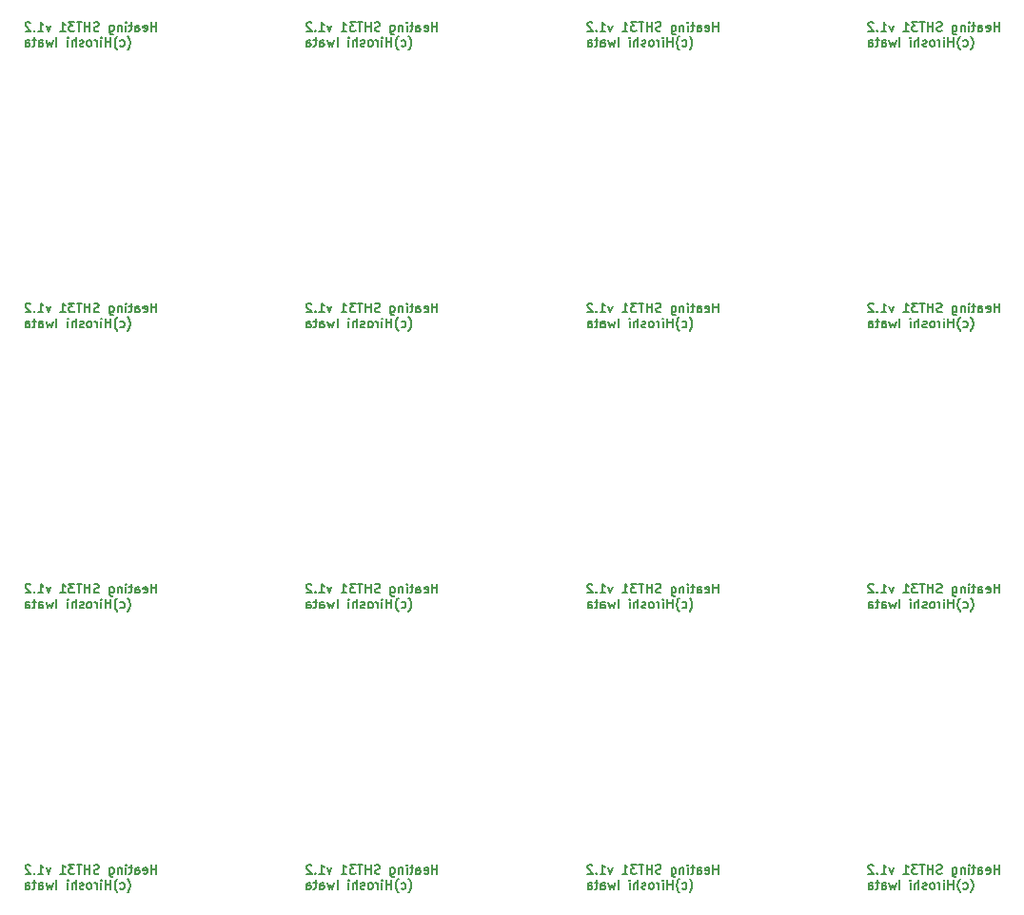
<source format=gbo>
G04 #@! TF.FileFunction,Legend,Bot*
%FSLAX46Y46*%
G04 Gerber Fmt 4.6, Leading zero omitted, Abs format (unit mm)*
G04 Created by KiCad (PCBNEW 4.0.6) date 11/11/17 16:17:48*
%MOMM*%
%LPD*%
G01*
G04 APERTURE LIST*
%ADD10C,0.100000*%
%ADD11C,0.150000*%
G04 APERTURE END LIST*
D10*
D11*
X138571526Y-66652905D02*
X138571526Y-65852905D01*
X138571526Y-66233857D02*
X138114383Y-66233857D01*
X138114383Y-66652905D02*
X138114383Y-65852905D01*
X137428669Y-66614810D02*
X137504859Y-66652905D01*
X137657240Y-66652905D01*
X137733431Y-66614810D01*
X137771526Y-66538619D01*
X137771526Y-66233857D01*
X137733431Y-66157667D01*
X137657240Y-66119571D01*
X137504859Y-66119571D01*
X137428669Y-66157667D01*
X137390574Y-66233857D01*
X137390574Y-66310048D01*
X137771526Y-66386238D01*
X136704860Y-66652905D02*
X136704860Y-66233857D01*
X136742955Y-66157667D01*
X136819145Y-66119571D01*
X136971526Y-66119571D01*
X137047717Y-66157667D01*
X136704860Y-66614810D02*
X136781050Y-66652905D01*
X136971526Y-66652905D01*
X137047717Y-66614810D01*
X137085812Y-66538619D01*
X137085812Y-66462429D01*
X137047717Y-66386238D01*
X136971526Y-66348143D01*
X136781050Y-66348143D01*
X136704860Y-66310048D01*
X136438193Y-66119571D02*
X136133431Y-66119571D01*
X136323907Y-65852905D02*
X136323907Y-66538619D01*
X136285812Y-66614810D01*
X136209621Y-66652905D01*
X136133431Y-66652905D01*
X135866764Y-66652905D02*
X135866764Y-66119571D01*
X135866764Y-65852905D02*
X135904859Y-65891000D01*
X135866764Y-65929095D01*
X135828669Y-65891000D01*
X135866764Y-65852905D01*
X135866764Y-65929095D01*
X135485812Y-66119571D02*
X135485812Y-66652905D01*
X135485812Y-66195762D02*
X135447717Y-66157667D01*
X135371526Y-66119571D01*
X135257240Y-66119571D01*
X135181050Y-66157667D01*
X135142955Y-66233857D01*
X135142955Y-66652905D01*
X134419145Y-66119571D02*
X134419145Y-66767190D01*
X134457240Y-66843381D01*
X134495335Y-66881476D01*
X134571526Y-66919571D01*
X134685811Y-66919571D01*
X134762002Y-66881476D01*
X134419145Y-66614810D02*
X134495335Y-66652905D01*
X134647716Y-66652905D01*
X134723907Y-66614810D01*
X134762002Y-66576714D01*
X134800097Y-66500524D01*
X134800097Y-66271952D01*
X134762002Y-66195762D01*
X134723907Y-66157667D01*
X134647716Y-66119571D01*
X134495335Y-66119571D01*
X134419145Y-66157667D01*
X133466763Y-66614810D02*
X133352477Y-66652905D01*
X133162001Y-66652905D01*
X133085811Y-66614810D01*
X133047715Y-66576714D01*
X133009620Y-66500524D01*
X133009620Y-66424333D01*
X133047715Y-66348143D01*
X133085811Y-66310048D01*
X133162001Y-66271952D01*
X133314382Y-66233857D01*
X133390573Y-66195762D01*
X133428668Y-66157667D01*
X133466763Y-66081476D01*
X133466763Y-66005286D01*
X133428668Y-65929095D01*
X133390573Y-65891000D01*
X133314382Y-65852905D01*
X133123906Y-65852905D01*
X133009620Y-65891000D01*
X132666763Y-66652905D02*
X132666763Y-65852905D01*
X132666763Y-66233857D02*
X132209620Y-66233857D01*
X132209620Y-66652905D02*
X132209620Y-65852905D01*
X131942954Y-65852905D02*
X131485811Y-65852905D01*
X131714382Y-66652905D02*
X131714382Y-65852905D01*
X131295334Y-65852905D02*
X130800096Y-65852905D01*
X131066763Y-66157667D01*
X130952477Y-66157667D01*
X130876287Y-66195762D01*
X130838191Y-66233857D01*
X130800096Y-66310048D01*
X130800096Y-66500524D01*
X130838191Y-66576714D01*
X130876287Y-66614810D01*
X130952477Y-66652905D01*
X131181049Y-66652905D01*
X131257239Y-66614810D01*
X131295334Y-66576714D01*
X130038191Y-66652905D02*
X130495334Y-66652905D01*
X130266763Y-66652905D02*
X130266763Y-65852905D01*
X130342953Y-65967190D01*
X130419144Y-66043381D01*
X130495334Y-66081476D01*
X129162000Y-66119571D02*
X128971524Y-66652905D01*
X128781048Y-66119571D01*
X128057238Y-66652905D02*
X128514381Y-66652905D01*
X128285810Y-66652905D02*
X128285810Y-65852905D01*
X128362000Y-65967190D01*
X128438191Y-66043381D01*
X128514381Y-66081476D01*
X127714381Y-66576714D02*
X127676286Y-66614810D01*
X127714381Y-66652905D01*
X127752476Y-66614810D01*
X127714381Y-66576714D01*
X127714381Y-66652905D01*
X127371524Y-65929095D02*
X127333429Y-65891000D01*
X127257238Y-65852905D01*
X127066762Y-65852905D01*
X126990572Y-65891000D01*
X126952476Y-65929095D01*
X126914381Y-66005286D01*
X126914381Y-66081476D01*
X126952476Y-66195762D01*
X127409619Y-66652905D01*
X126914381Y-66652905D01*
X136019142Y-68307667D02*
X136057238Y-68269571D01*
X136133428Y-68155286D01*
X136171523Y-68079095D01*
X136209619Y-67964810D01*
X136247714Y-67774333D01*
X136247714Y-67621952D01*
X136209619Y-67431476D01*
X136171523Y-67317190D01*
X136133428Y-67241000D01*
X136057238Y-67126714D01*
X136019142Y-67088619D01*
X135371524Y-67964810D02*
X135447714Y-68002905D01*
X135600095Y-68002905D01*
X135676286Y-67964810D01*
X135714381Y-67926714D01*
X135752476Y-67850524D01*
X135752476Y-67621952D01*
X135714381Y-67545762D01*
X135676286Y-67507667D01*
X135600095Y-67469571D01*
X135447714Y-67469571D01*
X135371524Y-67507667D01*
X135104857Y-68307667D02*
X135066762Y-68269571D01*
X134990572Y-68155286D01*
X134952476Y-68079095D01*
X134914381Y-67964810D01*
X134876286Y-67774333D01*
X134876286Y-67621952D01*
X134914381Y-67431476D01*
X134952476Y-67317190D01*
X134990572Y-67241000D01*
X135066762Y-67126714D01*
X135104857Y-67088619D01*
X134495334Y-68002905D02*
X134495334Y-67202905D01*
X134495334Y-67583857D02*
X134038191Y-67583857D01*
X134038191Y-68002905D02*
X134038191Y-67202905D01*
X133657239Y-68002905D02*
X133657239Y-67469571D01*
X133657239Y-67202905D02*
X133695334Y-67241000D01*
X133657239Y-67279095D01*
X133619144Y-67241000D01*
X133657239Y-67202905D01*
X133657239Y-67279095D01*
X133276287Y-68002905D02*
X133276287Y-67469571D01*
X133276287Y-67621952D02*
X133238192Y-67545762D01*
X133200096Y-67507667D01*
X133123906Y-67469571D01*
X133047715Y-67469571D01*
X132666763Y-68002905D02*
X132742954Y-67964810D01*
X132781049Y-67926714D01*
X132819144Y-67850524D01*
X132819144Y-67621952D01*
X132781049Y-67545762D01*
X132742954Y-67507667D01*
X132666763Y-67469571D01*
X132552477Y-67469571D01*
X132476287Y-67507667D01*
X132438192Y-67545762D01*
X132400096Y-67621952D01*
X132400096Y-67850524D01*
X132438192Y-67926714D01*
X132476287Y-67964810D01*
X132552477Y-68002905D01*
X132666763Y-68002905D01*
X132095334Y-67964810D02*
X132019144Y-68002905D01*
X131866763Y-68002905D01*
X131790572Y-67964810D01*
X131752477Y-67888619D01*
X131752477Y-67850524D01*
X131790572Y-67774333D01*
X131866763Y-67736238D01*
X131981048Y-67736238D01*
X132057239Y-67698143D01*
X132095334Y-67621952D01*
X132095334Y-67583857D01*
X132057239Y-67507667D01*
X131981048Y-67469571D01*
X131866763Y-67469571D01*
X131790572Y-67507667D01*
X131409620Y-68002905D02*
X131409620Y-67202905D01*
X131066763Y-68002905D02*
X131066763Y-67583857D01*
X131104858Y-67507667D01*
X131181048Y-67469571D01*
X131295334Y-67469571D01*
X131371525Y-67507667D01*
X131409620Y-67545762D01*
X130685810Y-68002905D02*
X130685810Y-67469571D01*
X130685810Y-67202905D02*
X130723905Y-67241000D01*
X130685810Y-67279095D01*
X130647715Y-67241000D01*
X130685810Y-67202905D01*
X130685810Y-67279095D01*
X129695334Y-68002905D02*
X129695334Y-67202905D01*
X129390572Y-67469571D02*
X129238191Y-68002905D01*
X129085810Y-67621952D01*
X128933429Y-68002905D01*
X128781048Y-67469571D01*
X128133430Y-68002905D02*
X128133430Y-67583857D01*
X128171525Y-67507667D01*
X128247715Y-67469571D01*
X128400096Y-67469571D01*
X128476287Y-67507667D01*
X128133430Y-67964810D02*
X128209620Y-68002905D01*
X128400096Y-68002905D01*
X128476287Y-67964810D01*
X128514382Y-67888619D01*
X128514382Y-67812429D01*
X128476287Y-67736238D01*
X128400096Y-67698143D01*
X128209620Y-67698143D01*
X128133430Y-67660048D01*
X127866763Y-67469571D02*
X127562001Y-67469571D01*
X127752477Y-67202905D02*
X127752477Y-67888619D01*
X127714382Y-67964810D01*
X127638191Y-68002905D01*
X127562001Y-68002905D01*
X126952477Y-68002905D02*
X126952477Y-67583857D01*
X126990572Y-67507667D01*
X127066762Y-67469571D01*
X127219143Y-67469571D01*
X127295334Y-67507667D01*
X126952477Y-67964810D02*
X127028667Y-68002905D01*
X127219143Y-68002905D01*
X127295334Y-67964810D01*
X127333429Y-67888619D01*
X127333429Y-67812429D01*
X127295334Y-67736238D01*
X127219143Y-67698143D01*
X127028667Y-67698143D01*
X126952477Y-67660048D01*
X138571526Y-41652905D02*
X138571526Y-40852905D01*
X138571526Y-41233857D02*
X138114383Y-41233857D01*
X138114383Y-41652905D02*
X138114383Y-40852905D01*
X137428669Y-41614810D02*
X137504859Y-41652905D01*
X137657240Y-41652905D01*
X137733431Y-41614810D01*
X137771526Y-41538619D01*
X137771526Y-41233857D01*
X137733431Y-41157667D01*
X137657240Y-41119571D01*
X137504859Y-41119571D01*
X137428669Y-41157667D01*
X137390574Y-41233857D01*
X137390574Y-41310048D01*
X137771526Y-41386238D01*
X136704860Y-41652905D02*
X136704860Y-41233857D01*
X136742955Y-41157667D01*
X136819145Y-41119571D01*
X136971526Y-41119571D01*
X137047717Y-41157667D01*
X136704860Y-41614810D02*
X136781050Y-41652905D01*
X136971526Y-41652905D01*
X137047717Y-41614810D01*
X137085812Y-41538619D01*
X137085812Y-41462429D01*
X137047717Y-41386238D01*
X136971526Y-41348143D01*
X136781050Y-41348143D01*
X136704860Y-41310048D01*
X136438193Y-41119571D02*
X136133431Y-41119571D01*
X136323907Y-40852905D02*
X136323907Y-41538619D01*
X136285812Y-41614810D01*
X136209621Y-41652905D01*
X136133431Y-41652905D01*
X135866764Y-41652905D02*
X135866764Y-41119571D01*
X135866764Y-40852905D02*
X135904859Y-40891000D01*
X135866764Y-40929095D01*
X135828669Y-40891000D01*
X135866764Y-40852905D01*
X135866764Y-40929095D01*
X135485812Y-41119571D02*
X135485812Y-41652905D01*
X135485812Y-41195762D02*
X135447717Y-41157667D01*
X135371526Y-41119571D01*
X135257240Y-41119571D01*
X135181050Y-41157667D01*
X135142955Y-41233857D01*
X135142955Y-41652905D01*
X134419145Y-41119571D02*
X134419145Y-41767190D01*
X134457240Y-41843381D01*
X134495335Y-41881476D01*
X134571526Y-41919571D01*
X134685811Y-41919571D01*
X134762002Y-41881476D01*
X134419145Y-41614810D02*
X134495335Y-41652905D01*
X134647716Y-41652905D01*
X134723907Y-41614810D01*
X134762002Y-41576714D01*
X134800097Y-41500524D01*
X134800097Y-41271952D01*
X134762002Y-41195762D01*
X134723907Y-41157667D01*
X134647716Y-41119571D01*
X134495335Y-41119571D01*
X134419145Y-41157667D01*
X133466763Y-41614810D02*
X133352477Y-41652905D01*
X133162001Y-41652905D01*
X133085811Y-41614810D01*
X133047715Y-41576714D01*
X133009620Y-41500524D01*
X133009620Y-41424333D01*
X133047715Y-41348143D01*
X133085811Y-41310048D01*
X133162001Y-41271952D01*
X133314382Y-41233857D01*
X133390573Y-41195762D01*
X133428668Y-41157667D01*
X133466763Y-41081476D01*
X133466763Y-41005286D01*
X133428668Y-40929095D01*
X133390573Y-40891000D01*
X133314382Y-40852905D01*
X133123906Y-40852905D01*
X133009620Y-40891000D01*
X132666763Y-41652905D02*
X132666763Y-40852905D01*
X132666763Y-41233857D02*
X132209620Y-41233857D01*
X132209620Y-41652905D02*
X132209620Y-40852905D01*
X131942954Y-40852905D02*
X131485811Y-40852905D01*
X131714382Y-41652905D02*
X131714382Y-40852905D01*
X131295334Y-40852905D02*
X130800096Y-40852905D01*
X131066763Y-41157667D01*
X130952477Y-41157667D01*
X130876287Y-41195762D01*
X130838191Y-41233857D01*
X130800096Y-41310048D01*
X130800096Y-41500524D01*
X130838191Y-41576714D01*
X130876287Y-41614810D01*
X130952477Y-41652905D01*
X131181049Y-41652905D01*
X131257239Y-41614810D01*
X131295334Y-41576714D01*
X130038191Y-41652905D02*
X130495334Y-41652905D01*
X130266763Y-41652905D02*
X130266763Y-40852905D01*
X130342953Y-40967190D01*
X130419144Y-41043381D01*
X130495334Y-41081476D01*
X129162000Y-41119571D02*
X128971524Y-41652905D01*
X128781048Y-41119571D01*
X128057238Y-41652905D02*
X128514381Y-41652905D01*
X128285810Y-41652905D02*
X128285810Y-40852905D01*
X128362000Y-40967190D01*
X128438191Y-41043381D01*
X128514381Y-41081476D01*
X127714381Y-41576714D02*
X127676286Y-41614810D01*
X127714381Y-41652905D01*
X127752476Y-41614810D01*
X127714381Y-41576714D01*
X127714381Y-41652905D01*
X127371524Y-40929095D02*
X127333429Y-40891000D01*
X127257238Y-40852905D01*
X127066762Y-40852905D01*
X126990572Y-40891000D01*
X126952476Y-40929095D01*
X126914381Y-41005286D01*
X126914381Y-41081476D01*
X126952476Y-41195762D01*
X127409619Y-41652905D01*
X126914381Y-41652905D01*
X136019142Y-43307667D02*
X136057238Y-43269571D01*
X136133428Y-43155286D01*
X136171523Y-43079095D01*
X136209619Y-42964810D01*
X136247714Y-42774333D01*
X136247714Y-42621952D01*
X136209619Y-42431476D01*
X136171523Y-42317190D01*
X136133428Y-42241000D01*
X136057238Y-42126714D01*
X136019142Y-42088619D01*
X135371524Y-42964810D02*
X135447714Y-43002905D01*
X135600095Y-43002905D01*
X135676286Y-42964810D01*
X135714381Y-42926714D01*
X135752476Y-42850524D01*
X135752476Y-42621952D01*
X135714381Y-42545762D01*
X135676286Y-42507667D01*
X135600095Y-42469571D01*
X135447714Y-42469571D01*
X135371524Y-42507667D01*
X135104857Y-43307667D02*
X135066762Y-43269571D01*
X134990572Y-43155286D01*
X134952476Y-43079095D01*
X134914381Y-42964810D01*
X134876286Y-42774333D01*
X134876286Y-42621952D01*
X134914381Y-42431476D01*
X134952476Y-42317190D01*
X134990572Y-42241000D01*
X135066762Y-42126714D01*
X135104857Y-42088619D01*
X134495334Y-43002905D02*
X134495334Y-42202905D01*
X134495334Y-42583857D02*
X134038191Y-42583857D01*
X134038191Y-43002905D02*
X134038191Y-42202905D01*
X133657239Y-43002905D02*
X133657239Y-42469571D01*
X133657239Y-42202905D02*
X133695334Y-42241000D01*
X133657239Y-42279095D01*
X133619144Y-42241000D01*
X133657239Y-42202905D01*
X133657239Y-42279095D01*
X133276287Y-43002905D02*
X133276287Y-42469571D01*
X133276287Y-42621952D02*
X133238192Y-42545762D01*
X133200096Y-42507667D01*
X133123906Y-42469571D01*
X133047715Y-42469571D01*
X132666763Y-43002905D02*
X132742954Y-42964810D01*
X132781049Y-42926714D01*
X132819144Y-42850524D01*
X132819144Y-42621952D01*
X132781049Y-42545762D01*
X132742954Y-42507667D01*
X132666763Y-42469571D01*
X132552477Y-42469571D01*
X132476287Y-42507667D01*
X132438192Y-42545762D01*
X132400096Y-42621952D01*
X132400096Y-42850524D01*
X132438192Y-42926714D01*
X132476287Y-42964810D01*
X132552477Y-43002905D01*
X132666763Y-43002905D01*
X132095334Y-42964810D02*
X132019144Y-43002905D01*
X131866763Y-43002905D01*
X131790572Y-42964810D01*
X131752477Y-42888619D01*
X131752477Y-42850524D01*
X131790572Y-42774333D01*
X131866763Y-42736238D01*
X131981048Y-42736238D01*
X132057239Y-42698143D01*
X132095334Y-42621952D01*
X132095334Y-42583857D01*
X132057239Y-42507667D01*
X131981048Y-42469571D01*
X131866763Y-42469571D01*
X131790572Y-42507667D01*
X131409620Y-43002905D02*
X131409620Y-42202905D01*
X131066763Y-43002905D02*
X131066763Y-42583857D01*
X131104858Y-42507667D01*
X131181048Y-42469571D01*
X131295334Y-42469571D01*
X131371525Y-42507667D01*
X131409620Y-42545762D01*
X130685810Y-43002905D02*
X130685810Y-42469571D01*
X130685810Y-42202905D02*
X130723905Y-42241000D01*
X130685810Y-42279095D01*
X130647715Y-42241000D01*
X130685810Y-42202905D01*
X130685810Y-42279095D01*
X129695334Y-43002905D02*
X129695334Y-42202905D01*
X129390572Y-42469571D02*
X129238191Y-43002905D01*
X129085810Y-42621952D01*
X128933429Y-43002905D01*
X128781048Y-42469571D01*
X128133430Y-43002905D02*
X128133430Y-42583857D01*
X128171525Y-42507667D01*
X128247715Y-42469571D01*
X128400096Y-42469571D01*
X128476287Y-42507667D01*
X128133430Y-42964810D02*
X128209620Y-43002905D01*
X128400096Y-43002905D01*
X128476287Y-42964810D01*
X128514382Y-42888619D01*
X128514382Y-42812429D01*
X128476287Y-42736238D01*
X128400096Y-42698143D01*
X128209620Y-42698143D01*
X128133430Y-42660048D01*
X127866763Y-42469571D02*
X127562001Y-42469571D01*
X127752477Y-42202905D02*
X127752477Y-42888619D01*
X127714382Y-42964810D01*
X127638191Y-43002905D01*
X127562001Y-43002905D01*
X126952477Y-43002905D02*
X126952477Y-42583857D01*
X126990572Y-42507667D01*
X127066762Y-42469571D01*
X127219143Y-42469571D01*
X127295334Y-42507667D01*
X126952477Y-42964810D02*
X127028667Y-43002905D01*
X127219143Y-43002905D01*
X127295334Y-42964810D01*
X127333429Y-42888619D01*
X127333429Y-42812429D01*
X127295334Y-42736238D01*
X127219143Y-42698143D01*
X127028667Y-42698143D01*
X126952477Y-42660048D01*
X138571526Y-91652905D02*
X138571526Y-90852905D01*
X138571526Y-91233857D02*
X138114383Y-91233857D01*
X138114383Y-91652905D02*
X138114383Y-90852905D01*
X137428669Y-91614810D02*
X137504859Y-91652905D01*
X137657240Y-91652905D01*
X137733431Y-91614810D01*
X137771526Y-91538619D01*
X137771526Y-91233857D01*
X137733431Y-91157667D01*
X137657240Y-91119571D01*
X137504859Y-91119571D01*
X137428669Y-91157667D01*
X137390574Y-91233857D01*
X137390574Y-91310048D01*
X137771526Y-91386238D01*
X136704860Y-91652905D02*
X136704860Y-91233857D01*
X136742955Y-91157667D01*
X136819145Y-91119571D01*
X136971526Y-91119571D01*
X137047717Y-91157667D01*
X136704860Y-91614810D02*
X136781050Y-91652905D01*
X136971526Y-91652905D01*
X137047717Y-91614810D01*
X137085812Y-91538619D01*
X137085812Y-91462429D01*
X137047717Y-91386238D01*
X136971526Y-91348143D01*
X136781050Y-91348143D01*
X136704860Y-91310048D01*
X136438193Y-91119571D02*
X136133431Y-91119571D01*
X136323907Y-90852905D02*
X136323907Y-91538619D01*
X136285812Y-91614810D01*
X136209621Y-91652905D01*
X136133431Y-91652905D01*
X135866764Y-91652905D02*
X135866764Y-91119571D01*
X135866764Y-90852905D02*
X135904859Y-90891000D01*
X135866764Y-90929095D01*
X135828669Y-90891000D01*
X135866764Y-90852905D01*
X135866764Y-90929095D01*
X135485812Y-91119571D02*
X135485812Y-91652905D01*
X135485812Y-91195762D02*
X135447717Y-91157667D01*
X135371526Y-91119571D01*
X135257240Y-91119571D01*
X135181050Y-91157667D01*
X135142955Y-91233857D01*
X135142955Y-91652905D01*
X134419145Y-91119571D02*
X134419145Y-91767190D01*
X134457240Y-91843381D01*
X134495335Y-91881476D01*
X134571526Y-91919571D01*
X134685811Y-91919571D01*
X134762002Y-91881476D01*
X134419145Y-91614810D02*
X134495335Y-91652905D01*
X134647716Y-91652905D01*
X134723907Y-91614810D01*
X134762002Y-91576714D01*
X134800097Y-91500524D01*
X134800097Y-91271952D01*
X134762002Y-91195762D01*
X134723907Y-91157667D01*
X134647716Y-91119571D01*
X134495335Y-91119571D01*
X134419145Y-91157667D01*
X133466763Y-91614810D02*
X133352477Y-91652905D01*
X133162001Y-91652905D01*
X133085811Y-91614810D01*
X133047715Y-91576714D01*
X133009620Y-91500524D01*
X133009620Y-91424333D01*
X133047715Y-91348143D01*
X133085811Y-91310048D01*
X133162001Y-91271952D01*
X133314382Y-91233857D01*
X133390573Y-91195762D01*
X133428668Y-91157667D01*
X133466763Y-91081476D01*
X133466763Y-91005286D01*
X133428668Y-90929095D01*
X133390573Y-90891000D01*
X133314382Y-90852905D01*
X133123906Y-90852905D01*
X133009620Y-90891000D01*
X132666763Y-91652905D02*
X132666763Y-90852905D01*
X132666763Y-91233857D02*
X132209620Y-91233857D01*
X132209620Y-91652905D02*
X132209620Y-90852905D01*
X131942954Y-90852905D02*
X131485811Y-90852905D01*
X131714382Y-91652905D02*
X131714382Y-90852905D01*
X131295334Y-90852905D02*
X130800096Y-90852905D01*
X131066763Y-91157667D01*
X130952477Y-91157667D01*
X130876287Y-91195762D01*
X130838191Y-91233857D01*
X130800096Y-91310048D01*
X130800096Y-91500524D01*
X130838191Y-91576714D01*
X130876287Y-91614810D01*
X130952477Y-91652905D01*
X131181049Y-91652905D01*
X131257239Y-91614810D01*
X131295334Y-91576714D01*
X130038191Y-91652905D02*
X130495334Y-91652905D01*
X130266763Y-91652905D02*
X130266763Y-90852905D01*
X130342953Y-90967190D01*
X130419144Y-91043381D01*
X130495334Y-91081476D01*
X129162000Y-91119571D02*
X128971524Y-91652905D01*
X128781048Y-91119571D01*
X128057238Y-91652905D02*
X128514381Y-91652905D01*
X128285810Y-91652905D02*
X128285810Y-90852905D01*
X128362000Y-90967190D01*
X128438191Y-91043381D01*
X128514381Y-91081476D01*
X127714381Y-91576714D02*
X127676286Y-91614810D01*
X127714381Y-91652905D01*
X127752476Y-91614810D01*
X127714381Y-91576714D01*
X127714381Y-91652905D01*
X127371524Y-90929095D02*
X127333429Y-90891000D01*
X127257238Y-90852905D01*
X127066762Y-90852905D01*
X126990572Y-90891000D01*
X126952476Y-90929095D01*
X126914381Y-91005286D01*
X126914381Y-91081476D01*
X126952476Y-91195762D01*
X127409619Y-91652905D01*
X126914381Y-91652905D01*
X136019142Y-93307667D02*
X136057238Y-93269571D01*
X136133428Y-93155286D01*
X136171523Y-93079095D01*
X136209619Y-92964810D01*
X136247714Y-92774333D01*
X136247714Y-92621952D01*
X136209619Y-92431476D01*
X136171523Y-92317190D01*
X136133428Y-92241000D01*
X136057238Y-92126714D01*
X136019142Y-92088619D01*
X135371524Y-92964810D02*
X135447714Y-93002905D01*
X135600095Y-93002905D01*
X135676286Y-92964810D01*
X135714381Y-92926714D01*
X135752476Y-92850524D01*
X135752476Y-92621952D01*
X135714381Y-92545762D01*
X135676286Y-92507667D01*
X135600095Y-92469571D01*
X135447714Y-92469571D01*
X135371524Y-92507667D01*
X135104857Y-93307667D02*
X135066762Y-93269571D01*
X134990572Y-93155286D01*
X134952476Y-93079095D01*
X134914381Y-92964810D01*
X134876286Y-92774333D01*
X134876286Y-92621952D01*
X134914381Y-92431476D01*
X134952476Y-92317190D01*
X134990572Y-92241000D01*
X135066762Y-92126714D01*
X135104857Y-92088619D01*
X134495334Y-93002905D02*
X134495334Y-92202905D01*
X134495334Y-92583857D02*
X134038191Y-92583857D01*
X134038191Y-93002905D02*
X134038191Y-92202905D01*
X133657239Y-93002905D02*
X133657239Y-92469571D01*
X133657239Y-92202905D02*
X133695334Y-92241000D01*
X133657239Y-92279095D01*
X133619144Y-92241000D01*
X133657239Y-92202905D01*
X133657239Y-92279095D01*
X133276287Y-93002905D02*
X133276287Y-92469571D01*
X133276287Y-92621952D02*
X133238192Y-92545762D01*
X133200096Y-92507667D01*
X133123906Y-92469571D01*
X133047715Y-92469571D01*
X132666763Y-93002905D02*
X132742954Y-92964810D01*
X132781049Y-92926714D01*
X132819144Y-92850524D01*
X132819144Y-92621952D01*
X132781049Y-92545762D01*
X132742954Y-92507667D01*
X132666763Y-92469571D01*
X132552477Y-92469571D01*
X132476287Y-92507667D01*
X132438192Y-92545762D01*
X132400096Y-92621952D01*
X132400096Y-92850524D01*
X132438192Y-92926714D01*
X132476287Y-92964810D01*
X132552477Y-93002905D01*
X132666763Y-93002905D01*
X132095334Y-92964810D02*
X132019144Y-93002905D01*
X131866763Y-93002905D01*
X131790572Y-92964810D01*
X131752477Y-92888619D01*
X131752477Y-92850524D01*
X131790572Y-92774333D01*
X131866763Y-92736238D01*
X131981048Y-92736238D01*
X132057239Y-92698143D01*
X132095334Y-92621952D01*
X132095334Y-92583857D01*
X132057239Y-92507667D01*
X131981048Y-92469571D01*
X131866763Y-92469571D01*
X131790572Y-92507667D01*
X131409620Y-93002905D02*
X131409620Y-92202905D01*
X131066763Y-93002905D02*
X131066763Y-92583857D01*
X131104858Y-92507667D01*
X131181048Y-92469571D01*
X131295334Y-92469571D01*
X131371525Y-92507667D01*
X131409620Y-92545762D01*
X130685810Y-93002905D02*
X130685810Y-92469571D01*
X130685810Y-92202905D02*
X130723905Y-92241000D01*
X130685810Y-92279095D01*
X130647715Y-92241000D01*
X130685810Y-92202905D01*
X130685810Y-92279095D01*
X129695334Y-93002905D02*
X129695334Y-92202905D01*
X129390572Y-92469571D02*
X129238191Y-93002905D01*
X129085810Y-92621952D01*
X128933429Y-93002905D01*
X128781048Y-92469571D01*
X128133430Y-93002905D02*
X128133430Y-92583857D01*
X128171525Y-92507667D01*
X128247715Y-92469571D01*
X128400096Y-92469571D01*
X128476287Y-92507667D01*
X128133430Y-92964810D02*
X128209620Y-93002905D01*
X128400096Y-93002905D01*
X128476287Y-92964810D01*
X128514382Y-92888619D01*
X128514382Y-92812429D01*
X128476287Y-92736238D01*
X128400096Y-92698143D01*
X128209620Y-92698143D01*
X128133430Y-92660048D01*
X127866763Y-92469571D02*
X127562001Y-92469571D01*
X127752477Y-92202905D02*
X127752477Y-92888619D01*
X127714382Y-92964810D01*
X127638191Y-93002905D01*
X127562001Y-93002905D01*
X126952477Y-93002905D02*
X126952477Y-92583857D01*
X126990572Y-92507667D01*
X127066762Y-92469571D01*
X127219143Y-92469571D01*
X127295334Y-92507667D01*
X126952477Y-92964810D02*
X127028667Y-93002905D01*
X127219143Y-93002905D01*
X127295334Y-92964810D01*
X127333429Y-92888619D01*
X127333429Y-92812429D01*
X127295334Y-92736238D01*
X127219143Y-92698143D01*
X127028667Y-92698143D01*
X126952477Y-92660048D01*
X138571526Y-116652905D02*
X138571526Y-115852905D01*
X138571526Y-116233857D02*
X138114383Y-116233857D01*
X138114383Y-116652905D02*
X138114383Y-115852905D01*
X137428669Y-116614810D02*
X137504859Y-116652905D01*
X137657240Y-116652905D01*
X137733431Y-116614810D01*
X137771526Y-116538619D01*
X137771526Y-116233857D01*
X137733431Y-116157667D01*
X137657240Y-116119571D01*
X137504859Y-116119571D01*
X137428669Y-116157667D01*
X137390574Y-116233857D01*
X137390574Y-116310048D01*
X137771526Y-116386238D01*
X136704860Y-116652905D02*
X136704860Y-116233857D01*
X136742955Y-116157667D01*
X136819145Y-116119571D01*
X136971526Y-116119571D01*
X137047717Y-116157667D01*
X136704860Y-116614810D02*
X136781050Y-116652905D01*
X136971526Y-116652905D01*
X137047717Y-116614810D01*
X137085812Y-116538619D01*
X137085812Y-116462429D01*
X137047717Y-116386238D01*
X136971526Y-116348143D01*
X136781050Y-116348143D01*
X136704860Y-116310048D01*
X136438193Y-116119571D02*
X136133431Y-116119571D01*
X136323907Y-115852905D02*
X136323907Y-116538619D01*
X136285812Y-116614810D01*
X136209621Y-116652905D01*
X136133431Y-116652905D01*
X135866764Y-116652905D02*
X135866764Y-116119571D01*
X135866764Y-115852905D02*
X135904859Y-115891000D01*
X135866764Y-115929095D01*
X135828669Y-115891000D01*
X135866764Y-115852905D01*
X135866764Y-115929095D01*
X135485812Y-116119571D02*
X135485812Y-116652905D01*
X135485812Y-116195762D02*
X135447717Y-116157667D01*
X135371526Y-116119571D01*
X135257240Y-116119571D01*
X135181050Y-116157667D01*
X135142955Y-116233857D01*
X135142955Y-116652905D01*
X134419145Y-116119571D02*
X134419145Y-116767190D01*
X134457240Y-116843381D01*
X134495335Y-116881476D01*
X134571526Y-116919571D01*
X134685811Y-116919571D01*
X134762002Y-116881476D01*
X134419145Y-116614810D02*
X134495335Y-116652905D01*
X134647716Y-116652905D01*
X134723907Y-116614810D01*
X134762002Y-116576714D01*
X134800097Y-116500524D01*
X134800097Y-116271952D01*
X134762002Y-116195762D01*
X134723907Y-116157667D01*
X134647716Y-116119571D01*
X134495335Y-116119571D01*
X134419145Y-116157667D01*
X133466763Y-116614810D02*
X133352477Y-116652905D01*
X133162001Y-116652905D01*
X133085811Y-116614810D01*
X133047715Y-116576714D01*
X133009620Y-116500524D01*
X133009620Y-116424333D01*
X133047715Y-116348143D01*
X133085811Y-116310048D01*
X133162001Y-116271952D01*
X133314382Y-116233857D01*
X133390573Y-116195762D01*
X133428668Y-116157667D01*
X133466763Y-116081476D01*
X133466763Y-116005286D01*
X133428668Y-115929095D01*
X133390573Y-115891000D01*
X133314382Y-115852905D01*
X133123906Y-115852905D01*
X133009620Y-115891000D01*
X132666763Y-116652905D02*
X132666763Y-115852905D01*
X132666763Y-116233857D02*
X132209620Y-116233857D01*
X132209620Y-116652905D02*
X132209620Y-115852905D01*
X131942954Y-115852905D02*
X131485811Y-115852905D01*
X131714382Y-116652905D02*
X131714382Y-115852905D01*
X131295334Y-115852905D02*
X130800096Y-115852905D01*
X131066763Y-116157667D01*
X130952477Y-116157667D01*
X130876287Y-116195762D01*
X130838191Y-116233857D01*
X130800096Y-116310048D01*
X130800096Y-116500524D01*
X130838191Y-116576714D01*
X130876287Y-116614810D01*
X130952477Y-116652905D01*
X131181049Y-116652905D01*
X131257239Y-116614810D01*
X131295334Y-116576714D01*
X130038191Y-116652905D02*
X130495334Y-116652905D01*
X130266763Y-116652905D02*
X130266763Y-115852905D01*
X130342953Y-115967190D01*
X130419144Y-116043381D01*
X130495334Y-116081476D01*
X129162000Y-116119571D02*
X128971524Y-116652905D01*
X128781048Y-116119571D01*
X128057238Y-116652905D02*
X128514381Y-116652905D01*
X128285810Y-116652905D02*
X128285810Y-115852905D01*
X128362000Y-115967190D01*
X128438191Y-116043381D01*
X128514381Y-116081476D01*
X127714381Y-116576714D02*
X127676286Y-116614810D01*
X127714381Y-116652905D01*
X127752476Y-116614810D01*
X127714381Y-116576714D01*
X127714381Y-116652905D01*
X127371524Y-115929095D02*
X127333429Y-115891000D01*
X127257238Y-115852905D01*
X127066762Y-115852905D01*
X126990572Y-115891000D01*
X126952476Y-115929095D01*
X126914381Y-116005286D01*
X126914381Y-116081476D01*
X126952476Y-116195762D01*
X127409619Y-116652905D01*
X126914381Y-116652905D01*
X136019142Y-118307667D02*
X136057238Y-118269571D01*
X136133428Y-118155286D01*
X136171523Y-118079095D01*
X136209619Y-117964810D01*
X136247714Y-117774333D01*
X136247714Y-117621952D01*
X136209619Y-117431476D01*
X136171523Y-117317190D01*
X136133428Y-117241000D01*
X136057238Y-117126714D01*
X136019142Y-117088619D01*
X135371524Y-117964810D02*
X135447714Y-118002905D01*
X135600095Y-118002905D01*
X135676286Y-117964810D01*
X135714381Y-117926714D01*
X135752476Y-117850524D01*
X135752476Y-117621952D01*
X135714381Y-117545762D01*
X135676286Y-117507667D01*
X135600095Y-117469571D01*
X135447714Y-117469571D01*
X135371524Y-117507667D01*
X135104857Y-118307667D02*
X135066762Y-118269571D01*
X134990572Y-118155286D01*
X134952476Y-118079095D01*
X134914381Y-117964810D01*
X134876286Y-117774333D01*
X134876286Y-117621952D01*
X134914381Y-117431476D01*
X134952476Y-117317190D01*
X134990572Y-117241000D01*
X135066762Y-117126714D01*
X135104857Y-117088619D01*
X134495334Y-118002905D02*
X134495334Y-117202905D01*
X134495334Y-117583857D02*
X134038191Y-117583857D01*
X134038191Y-118002905D02*
X134038191Y-117202905D01*
X133657239Y-118002905D02*
X133657239Y-117469571D01*
X133657239Y-117202905D02*
X133695334Y-117241000D01*
X133657239Y-117279095D01*
X133619144Y-117241000D01*
X133657239Y-117202905D01*
X133657239Y-117279095D01*
X133276287Y-118002905D02*
X133276287Y-117469571D01*
X133276287Y-117621952D02*
X133238192Y-117545762D01*
X133200096Y-117507667D01*
X133123906Y-117469571D01*
X133047715Y-117469571D01*
X132666763Y-118002905D02*
X132742954Y-117964810D01*
X132781049Y-117926714D01*
X132819144Y-117850524D01*
X132819144Y-117621952D01*
X132781049Y-117545762D01*
X132742954Y-117507667D01*
X132666763Y-117469571D01*
X132552477Y-117469571D01*
X132476287Y-117507667D01*
X132438192Y-117545762D01*
X132400096Y-117621952D01*
X132400096Y-117850524D01*
X132438192Y-117926714D01*
X132476287Y-117964810D01*
X132552477Y-118002905D01*
X132666763Y-118002905D01*
X132095334Y-117964810D02*
X132019144Y-118002905D01*
X131866763Y-118002905D01*
X131790572Y-117964810D01*
X131752477Y-117888619D01*
X131752477Y-117850524D01*
X131790572Y-117774333D01*
X131866763Y-117736238D01*
X131981048Y-117736238D01*
X132057239Y-117698143D01*
X132095334Y-117621952D01*
X132095334Y-117583857D01*
X132057239Y-117507667D01*
X131981048Y-117469571D01*
X131866763Y-117469571D01*
X131790572Y-117507667D01*
X131409620Y-118002905D02*
X131409620Y-117202905D01*
X131066763Y-118002905D02*
X131066763Y-117583857D01*
X131104858Y-117507667D01*
X131181048Y-117469571D01*
X131295334Y-117469571D01*
X131371525Y-117507667D01*
X131409620Y-117545762D01*
X130685810Y-118002905D02*
X130685810Y-117469571D01*
X130685810Y-117202905D02*
X130723905Y-117241000D01*
X130685810Y-117279095D01*
X130647715Y-117241000D01*
X130685810Y-117202905D01*
X130685810Y-117279095D01*
X129695334Y-118002905D02*
X129695334Y-117202905D01*
X129390572Y-117469571D02*
X129238191Y-118002905D01*
X129085810Y-117621952D01*
X128933429Y-118002905D01*
X128781048Y-117469571D01*
X128133430Y-118002905D02*
X128133430Y-117583857D01*
X128171525Y-117507667D01*
X128247715Y-117469571D01*
X128400096Y-117469571D01*
X128476287Y-117507667D01*
X128133430Y-117964810D02*
X128209620Y-118002905D01*
X128400096Y-118002905D01*
X128476287Y-117964810D01*
X128514382Y-117888619D01*
X128514382Y-117812429D01*
X128476287Y-117736238D01*
X128400096Y-117698143D01*
X128209620Y-117698143D01*
X128133430Y-117660048D01*
X127866763Y-117469571D02*
X127562001Y-117469571D01*
X127752477Y-117202905D02*
X127752477Y-117888619D01*
X127714382Y-117964810D01*
X127638191Y-118002905D01*
X127562001Y-118002905D01*
X126952477Y-118002905D02*
X126952477Y-117583857D01*
X126990572Y-117507667D01*
X127066762Y-117469571D01*
X127219143Y-117469571D01*
X127295334Y-117507667D01*
X126952477Y-117964810D02*
X127028667Y-118002905D01*
X127219143Y-118002905D01*
X127295334Y-117964810D01*
X127333429Y-117888619D01*
X127333429Y-117812429D01*
X127295334Y-117736238D01*
X127219143Y-117698143D01*
X127028667Y-117698143D01*
X126952477Y-117660048D01*
X163571526Y-116652905D02*
X163571526Y-115852905D01*
X163571526Y-116233857D02*
X163114383Y-116233857D01*
X163114383Y-116652905D02*
X163114383Y-115852905D01*
X162428669Y-116614810D02*
X162504859Y-116652905D01*
X162657240Y-116652905D01*
X162733431Y-116614810D01*
X162771526Y-116538619D01*
X162771526Y-116233857D01*
X162733431Y-116157667D01*
X162657240Y-116119571D01*
X162504859Y-116119571D01*
X162428669Y-116157667D01*
X162390574Y-116233857D01*
X162390574Y-116310048D01*
X162771526Y-116386238D01*
X161704860Y-116652905D02*
X161704860Y-116233857D01*
X161742955Y-116157667D01*
X161819145Y-116119571D01*
X161971526Y-116119571D01*
X162047717Y-116157667D01*
X161704860Y-116614810D02*
X161781050Y-116652905D01*
X161971526Y-116652905D01*
X162047717Y-116614810D01*
X162085812Y-116538619D01*
X162085812Y-116462429D01*
X162047717Y-116386238D01*
X161971526Y-116348143D01*
X161781050Y-116348143D01*
X161704860Y-116310048D01*
X161438193Y-116119571D02*
X161133431Y-116119571D01*
X161323907Y-115852905D02*
X161323907Y-116538619D01*
X161285812Y-116614810D01*
X161209621Y-116652905D01*
X161133431Y-116652905D01*
X160866764Y-116652905D02*
X160866764Y-116119571D01*
X160866764Y-115852905D02*
X160904859Y-115891000D01*
X160866764Y-115929095D01*
X160828669Y-115891000D01*
X160866764Y-115852905D01*
X160866764Y-115929095D01*
X160485812Y-116119571D02*
X160485812Y-116652905D01*
X160485812Y-116195762D02*
X160447717Y-116157667D01*
X160371526Y-116119571D01*
X160257240Y-116119571D01*
X160181050Y-116157667D01*
X160142955Y-116233857D01*
X160142955Y-116652905D01*
X159419145Y-116119571D02*
X159419145Y-116767190D01*
X159457240Y-116843381D01*
X159495335Y-116881476D01*
X159571526Y-116919571D01*
X159685811Y-116919571D01*
X159762002Y-116881476D01*
X159419145Y-116614810D02*
X159495335Y-116652905D01*
X159647716Y-116652905D01*
X159723907Y-116614810D01*
X159762002Y-116576714D01*
X159800097Y-116500524D01*
X159800097Y-116271952D01*
X159762002Y-116195762D01*
X159723907Y-116157667D01*
X159647716Y-116119571D01*
X159495335Y-116119571D01*
X159419145Y-116157667D01*
X158466763Y-116614810D02*
X158352477Y-116652905D01*
X158162001Y-116652905D01*
X158085811Y-116614810D01*
X158047715Y-116576714D01*
X158009620Y-116500524D01*
X158009620Y-116424333D01*
X158047715Y-116348143D01*
X158085811Y-116310048D01*
X158162001Y-116271952D01*
X158314382Y-116233857D01*
X158390573Y-116195762D01*
X158428668Y-116157667D01*
X158466763Y-116081476D01*
X158466763Y-116005286D01*
X158428668Y-115929095D01*
X158390573Y-115891000D01*
X158314382Y-115852905D01*
X158123906Y-115852905D01*
X158009620Y-115891000D01*
X157666763Y-116652905D02*
X157666763Y-115852905D01*
X157666763Y-116233857D02*
X157209620Y-116233857D01*
X157209620Y-116652905D02*
X157209620Y-115852905D01*
X156942954Y-115852905D02*
X156485811Y-115852905D01*
X156714382Y-116652905D02*
X156714382Y-115852905D01*
X156295334Y-115852905D02*
X155800096Y-115852905D01*
X156066763Y-116157667D01*
X155952477Y-116157667D01*
X155876287Y-116195762D01*
X155838191Y-116233857D01*
X155800096Y-116310048D01*
X155800096Y-116500524D01*
X155838191Y-116576714D01*
X155876287Y-116614810D01*
X155952477Y-116652905D01*
X156181049Y-116652905D01*
X156257239Y-116614810D01*
X156295334Y-116576714D01*
X155038191Y-116652905D02*
X155495334Y-116652905D01*
X155266763Y-116652905D02*
X155266763Y-115852905D01*
X155342953Y-115967190D01*
X155419144Y-116043381D01*
X155495334Y-116081476D01*
X154162000Y-116119571D02*
X153971524Y-116652905D01*
X153781048Y-116119571D01*
X153057238Y-116652905D02*
X153514381Y-116652905D01*
X153285810Y-116652905D02*
X153285810Y-115852905D01*
X153362000Y-115967190D01*
X153438191Y-116043381D01*
X153514381Y-116081476D01*
X152714381Y-116576714D02*
X152676286Y-116614810D01*
X152714381Y-116652905D01*
X152752476Y-116614810D01*
X152714381Y-116576714D01*
X152714381Y-116652905D01*
X152371524Y-115929095D02*
X152333429Y-115891000D01*
X152257238Y-115852905D01*
X152066762Y-115852905D01*
X151990572Y-115891000D01*
X151952476Y-115929095D01*
X151914381Y-116005286D01*
X151914381Y-116081476D01*
X151952476Y-116195762D01*
X152409619Y-116652905D01*
X151914381Y-116652905D01*
X161019142Y-118307667D02*
X161057238Y-118269571D01*
X161133428Y-118155286D01*
X161171523Y-118079095D01*
X161209619Y-117964810D01*
X161247714Y-117774333D01*
X161247714Y-117621952D01*
X161209619Y-117431476D01*
X161171523Y-117317190D01*
X161133428Y-117241000D01*
X161057238Y-117126714D01*
X161019142Y-117088619D01*
X160371524Y-117964810D02*
X160447714Y-118002905D01*
X160600095Y-118002905D01*
X160676286Y-117964810D01*
X160714381Y-117926714D01*
X160752476Y-117850524D01*
X160752476Y-117621952D01*
X160714381Y-117545762D01*
X160676286Y-117507667D01*
X160600095Y-117469571D01*
X160447714Y-117469571D01*
X160371524Y-117507667D01*
X160104857Y-118307667D02*
X160066762Y-118269571D01*
X159990572Y-118155286D01*
X159952476Y-118079095D01*
X159914381Y-117964810D01*
X159876286Y-117774333D01*
X159876286Y-117621952D01*
X159914381Y-117431476D01*
X159952476Y-117317190D01*
X159990572Y-117241000D01*
X160066762Y-117126714D01*
X160104857Y-117088619D01*
X159495334Y-118002905D02*
X159495334Y-117202905D01*
X159495334Y-117583857D02*
X159038191Y-117583857D01*
X159038191Y-118002905D02*
X159038191Y-117202905D01*
X158657239Y-118002905D02*
X158657239Y-117469571D01*
X158657239Y-117202905D02*
X158695334Y-117241000D01*
X158657239Y-117279095D01*
X158619144Y-117241000D01*
X158657239Y-117202905D01*
X158657239Y-117279095D01*
X158276287Y-118002905D02*
X158276287Y-117469571D01*
X158276287Y-117621952D02*
X158238192Y-117545762D01*
X158200096Y-117507667D01*
X158123906Y-117469571D01*
X158047715Y-117469571D01*
X157666763Y-118002905D02*
X157742954Y-117964810D01*
X157781049Y-117926714D01*
X157819144Y-117850524D01*
X157819144Y-117621952D01*
X157781049Y-117545762D01*
X157742954Y-117507667D01*
X157666763Y-117469571D01*
X157552477Y-117469571D01*
X157476287Y-117507667D01*
X157438192Y-117545762D01*
X157400096Y-117621952D01*
X157400096Y-117850524D01*
X157438192Y-117926714D01*
X157476287Y-117964810D01*
X157552477Y-118002905D01*
X157666763Y-118002905D01*
X157095334Y-117964810D02*
X157019144Y-118002905D01*
X156866763Y-118002905D01*
X156790572Y-117964810D01*
X156752477Y-117888619D01*
X156752477Y-117850524D01*
X156790572Y-117774333D01*
X156866763Y-117736238D01*
X156981048Y-117736238D01*
X157057239Y-117698143D01*
X157095334Y-117621952D01*
X157095334Y-117583857D01*
X157057239Y-117507667D01*
X156981048Y-117469571D01*
X156866763Y-117469571D01*
X156790572Y-117507667D01*
X156409620Y-118002905D02*
X156409620Y-117202905D01*
X156066763Y-118002905D02*
X156066763Y-117583857D01*
X156104858Y-117507667D01*
X156181048Y-117469571D01*
X156295334Y-117469571D01*
X156371525Y-117507667D01*
X156409620Y-117545762D01*
X155685810Y-118002905D02*
X155685810Y-117469571D01*
X155685810Y-117202905D02*
X155723905Y-117241000D01*
X155685810Y-117279095D01*
X155647715Y-117241000D01*
X155685810Y-117202905D01*
X155685810Y-117279095D01*
X154695334Y-118002905D02*
X154695334Y-117202905D01*
X154390572Y-117469571D02*
X154238191Y-118002905D01*
X154085810Y-117621952D01*
X153933429Y-118002905D01*
X153781048Y-117469571D01*
X153133430Y-118002905D02*
X153133430Y-117583857D01*
X153171525Y-117507667D01*
X153247715Y-117469571D01*
X153400096Y-117469571D01*
X153476287Y-117507667D01*
X153133430Y-117964810D02*
X153209620Y-118002905D01*
X153400096Y-118002905D01*
X153476287Y-117964810D01*
X153514382Y-117888619D01*
X153514382Y-117812429D01*
X153476287Y-117736238D01*
X153400096Y-117698143D01*
X153209620Y-117698143D01*
X153133430Y-117660048D01*
X152866763Y-117469571D02*
X152562001Y-117469571D01*
X152752477Y-117202905D02*
X152752477Y-117888619D01*
X152714382Y-117964810D01*
X152638191Y-118002905D01*
X152562001Y-118002905D01*
X151952477Y-118002905D02*
X151952477Y-117583857D01*
X151990572Y-117507667D01*
X152066762Y-117469571D01*
X152219143Y-117469571D01*
X152295334Y-117507667D01*
X151952477Y-117964810D02*
X152028667Y-118002905D01*
X152219143Y-118002905D01*
X152295334Y-117964810D01*
X152333429Y-117888619D01*
X152333429Y-117812429D01*
X152295334Y-117736238D01*
X152219143Y-117698143D01*
X152028667Y-117698143D01*
X151952477Y-117660048D01*
X163571526Y-91652905D02*
X163571526Y-90852905D01*
X163571526Y-91233857D02*
X163114383Y-91233857D01*
X163114383Y-91652905D02*
X163114383Y-90852905D01*
X162428669Y-91614810D02*
X162504859Y-91652905D01*
X162657240Y-91652905D01*
X162733431Y-91614810D01*
X162771526Y-91538619D01*
X162771526Y-91233857D01*
X162733431Y-91157667D01*
X162657240Y-91119571D01*
X162504859Y-91119571D01*
X162428669Y-91157667D01*
X162390574Y-91233857D01*
X162390574Y-91310048D01*
X162771526Y-91386238D01*
X161704860Y-91652905D02*
X161704860Y-91233857D01*
X161742955Y-91157667D01*
X161819145Y-91119571D01*
X161971526Y-91119571D01*
X162047717Y-91157667D01*
X161704860Y-91614810D02*
X161781050Y-91652905D01*
X161971526Y-91652905D01*
X162047717Y-91614810D01*
X162085812Y-91538619D01*
X162085812Y-91462429D01*
X162047717Y-91386238D01*
X161971526Y-91348143D01*
X161781050Y-91348143D01*
X161704860Y-91310048D01*
X161438193Y-91119571D02*
X161133431Y-91119571D01*
X161323907Y-90852905D02*
X161323907Y-91538619D01*
X161285812Y-91614810D01*
X161209621Y-91652905D01*
X161133431Y-91652905D01*
X160866764Y-91652905D02*
X160866764Y-91119571D01*
X160866764Y-90852905D02*
X160904859Y-90891000D01*
X160866764Y-90929095D01*
X160828669Y-90891000D01*
X160866764Y-90852905D01*
X160866764Y-90929095D01*
X160485812Y-91119571D02*
X160485812Y-91652905D01*
X160485812Y-91195762D02*
X160447717Y-91157667D01*
X160371526Y-91119571D01*
X160257240Y-91119571D01*
X160181050Y-91157667D01*
X160142955Y-91233857D01*
X160142955Y-91652905D01*
X159419145Y-91119571D02*
X159419145Y-91767190D01*
X159457240Y-91843381D01*
X159495335Y-91881476D01*
X159571526Y-91919571D01*
X159685811Y-91919571D01*
X159762002Y-91881476D01*
X159419145Y-91614810D02*
X159495335Y-91652905D01*
X159647716Y-91652905D01*
X159723907Y-91614810D01*
X159762002Y-91576714D01*
X159800097Y-91500524D01*
X159800097Y-91271952D01*
X159762002Y-91195762D01*
X159723907Y-91157667D01*
X159647716Y-91119571D01*
X159495335Y-91119571D01*
X159419145Y-91157667D01*
X158466763Y-91614810D02*
X158352477Y-91652905D01*
X158162001Y-91652905D01*
X158085811Y-91614810D01*
X158047715Y-91576714D01*
X158009620Y-91500524D01*
X158009620Y-91424333D01*
X158047715Y-91348143D01*
X158085811Y-91310048D01*
X158162001Y-91271952D01*
X158314382Y-91233857D01*
X158390573Y-91195762D01*
X158428668Y-91157667D01*
X158466763Y-91081476D01*
X158466763Y-91005286D01*
X158428668Y-90929095D01*
X158390573Y-90891000D01*
X158314382Y-90852905D01*
X158123906Y-90852905D01*
X158009620Y-90891000D01*
X157666763Y-91652905D02*
X157666763Y-90852905D01*
X157666763Y-91233857D02*
X157209620Y-91233857D01*
X157209620Y-91652905D02*
X157209620Y-90852905D01*
X156942954Y-90852905D02*
X156485811Y-90852905D01*
X156714382Y-91652905D02*
X156714382Y-90852905D01*
X156295334Y-90852905D02*
X155800096Y-90852905D01*
X156066763Y-91157667D01*
X155952477Y-91157667D01*
X155876287Y-91195762D01*
X155838191Y-91233857D01*
X155800096Y-91310048D01*
X155800096Y-91500524D01*
X155838191Y-91576714D01*
X155876287Y-91614810D01*
X155952477Y-91652905D01*
X156181049Y-91652905D01*
X156257239Y-91614810D01*
X156295334Y-91576714D01*
X155038191Y-91652905D02*
X155495334Y-91652905D01*
X155266763Y-91652905D02*
X155266763Y-90852905D01*
X155342953Y-90967190D01*
X155419144Y-91043381D01*
X155495334Y-91081476D01*
X154162000Y-91119571D02*
X153971524Y-91652905D01*
X153781048Y-91119571D01*
X153057238Y-91652905D02*
X153514381Y-91652905D01*
X153285810Y-91652905D02*
X153285810Y-90852905D01*
X153362000Y-90967190D01*
X153438191Y-91043381D01*
X153514381Y-91081476D01*
X152714381Y-91576714D02*
X152676286Y-91614810D01*
X152714381Y-91652905D01*
X152752476Y-91614810D01*
X152714381Y-91576714D01*
X152714381Y-91652905D01*
X152371524Y-90929095D02*
X152333429Y-90891000D01*
X152257238Y-90852905D01*
X152066762Y-90852905D01*
X151990572Y-90891000D01*
X151952476Y-90929095D01*
X151914381Y-91005286D01*
X151914381Y-91081476D01*
X151952476Y-91195762D01*
X152409619Y-91652905D01*
X151914381Y-91652905D01*
X161019142Y-93307667D02*
X161057238Y-93269571D01*
X161133428Y-93155286D01*
X161171523Y-93079095D01*
X161209619Y-92964810D01*
X161247714Y-92774333D01*
X161247714Y-92621952D01*
X161209619Y-92431476D01*
X161171523Y-92317190D01*
X161133428Y-92241000D01*
X161057238Y-92126714D01*
X161019142Y-92088619D01*
X160371524Y-92964810D02*
X160447714Y-93002905D01*
X160600095Y-93002905D01*
X160676286Y-92964810D01*
X160714381Y-92926714D01*
X160752476Y-92850524D01*
X160752476Y-92621952D01*
X160714381Y-92545762D01*
X160676286Y-92507667D01*
X160600095Y-92469571D01*
X160447714Y-92469571D01*
X160371524Y-92507667D01*
X160104857Y-93307667D02*
X160066762Y-93269571D01*
X159990572Y-93155286D01*
X159952476Y-93079095D01*
X159914381Y-92964810D01*
X159876286Y-92774333D01*
X159876286Y-92621952D01*
X159914381Y-92431476D01*
X159952476Y-92317190D01*
X159990572Y-92241000D01*
X160066762Y-92126714D01*
X160104857Y-92088619D01*
X159495334Y-93002905D02*
X159495334Y-92202905D01*
X159495334Y-92583857D02*
X159038191Y-92583857D01*
X159038191Y-93002905D02*
X159038191Y-92202905D01*
X158657239Y-93002905D02*
X158657239Y-92469571D01*
X158657239Y-92202905D02*
X158695334Y-92241000D01*
X158657239Y-92279095D01*
X158619144Y-92241000D01*
X158657239Y-92202905D01*
X158657239Y-92279095D01*
X158276287Y-93002905D02*
X158276287Y-92469571D01*
X158276287Y-92621952D02*
X158238192Y-92545762D01*
X158200096Y-92507667D01*
X158123906Y-92469571D01*
X158047715Y-92469571D01*
X157666763Y-93002905D02*
X157742954Y-92964810D01*
X157781049Y-92926714D01*
X157819144Y-92850524D01*
X157819144Y-92621952D01*
X157781049Y-92545762D01*
X157742954Y-92507667D01*
X157666763Y-92469571D01*
X157552477Y-92469571D01*
X157476287Y-92507667D01*
X157438192Y-92545762D01*
X157400096Y-92621952D01*
X157400096Y-92850524D01*
X157438192Y-92926714D01*
X157476287Y-92964810D01*
X157552477Y-93002905D01*
X157666763Y-93002905D01*
X157095334Y-92964810D02*
X157019144Y-93002905D01*
X156866763Y-93002905D01*
X156790572Y-92964810D01*
X156752477Y-92888619D01*
X156752477Y-92850524D01*
X156790572Y-92774333D01*
X156866763Y-92736238D01*
X156981048Y-92736238D01*
X157057239Y-92698143D01*
X157095334Y-92621952D01*
X157095334Y-92583857D01*
X157057239Y-92507667D01*
X156981048Y-92469571D01*
X156866763Y-92469571D01*
X156790572Y-92507667D01*
X156409620Y-93002905D02*
X156409620Y-92202905D01*
X156066763Y-93002905D02*
X156066763Y-92583857D01*
X156104858Y-92507667D01*
X156181048Y-92469571D01*
X156295334Y-92469571D01*
X156371525Y-92507667D01*
X156409620Y-92545762D01*
X155685810Y-93002905D02*
X155685810Y-92469571D01*
X155685810Y-92202905D02*
X155723905Y-92241000D01*
X155685810Y-92279095D01*
X155647715Y-92241000D01*
X155685810Y-92202905D01*
X155685810Y-92279095D01*
X154695334Y-93002905D02*
X154695334Y-92202905D01*
X154390572Y-92469571D02*
X154238191Y-93002905D01*
X154085810Y-92621952D01*
X153933429Y-93002905D01*
X153781048Y-92469571D01*
X153133430Y-93002905D02*
X153133430Y-92583857D01*
X153171525Y-92507667D01*
X153247715Y-92469571D01*
X153400096Y-92469571D01*
X153476287Y-92507667D01*
X153133430Y-92964810D02*
X153209620Y-93002905D01*
X153400096Y-93002905D01*
X153476287Y-92964810D01*
X153514382Y-92888619D01*
X153514382Y-92812429D01*
X153476287Y-92736238D01*
X153400096Y-92698143D01*
X153209620Y-92698143D01*
X153133430Y-92660048D01*
X152866763Y-92469571D02*
X152562001Y-92469571D01*
X152752477Y-92202905D02*
X152752477Y-92888619D01*
X152714382Y-92964810D01*
X152638191Y-93002905D01*
X152562001Y-93002905D01*
X151952477Y-93002905D02*
X151952477Y-92583857D01*
X151990572Y-92507667D01*
X152066762Y-92469571D01*
X152219143Y-92469571D01*
X152295334Y-92507667D01*
X151952477Y-92964810D02*
X152028667Y-93002905D01*
X152219143Y-93002905D01*
X152295334Y-92964810D01*
X152333429Y-92888619D01*
X152333429Y-92812429D01*
X152295334Y-92736238D01*
X152219143Y-92698143D01*
X152028667Y-92698143D01*
X151952477Y-92660048D01*
X163571526Y-41652905D02*
X163571526Y-40852905D01*
X163571526Y-41233857D02*
X163114383Y-41233857D01*
X163114383Y-41652905D02*
X163114383Y-40852905D01*
X162428669Y-41614810D02*
X162504859Y-41652905D01*
X162657240Y-41652905D01*
X162733431Y-41614810D01*
X162771526Y-41538619D01*
X162771526Y-41233857D01*
X162733431Y-41157667D01*
X162657240Y-41119571D01*
X162504859Y-41119571D01*
X162428669Y-41157667D01*
X162390574Y-41233857D01*
X162390574Y-41310048D01*
X162771526Y-41386238D01*
X161704860Y-41652905D02*
X161704860Y-41233857D01*
X161742955Y-41157667D01*
X161819145Y-41119571D01*
X161971526Y-41119571D01*
X162047717Y-41157667D01*
X161704860Y-41614810D02*
X161781050Y-41652905D01*
X161971526Y-41652905D01*
X162047717Y-41614810D01*
X162085812Y-41538619D01*
X162085812Y-41462429D01*
X162047717Y-41386238D01*
X161971526Y-41348143D01*
X161781050Y-41348143D01*
X161704860Y-41310048D01*
X161438193Y-41119571D02*
X161133431Y-41119571D01*
X161323907Y-40852905D02*
X161323907Y-41538619D01*
X161285812Y-41614810D01*
X161209621Y-41652905D01*
X161133431Y-41652905D01*
X160866764Y-41652905D02*
X160866764Y-41119571D01*
X160866764Y-40852905D02*
X160904859Y-40891000D01*
X160866764Y-40929095D01*
X160828669Y-40891000D01*
X160866764Y-40852905D01*
X160866764Y-40929095D01*
X160485812Y-41119571D02*
X160485812Y-41652905D01*
X160485812Y-41195762D02*
X160447717Y-41157667D01*
X160371526Y-41119571D01*
X160257240Y-41119571D01*
X160181050Y-41157667D01*
X160142955Y-41233857D01*
X160142955Y-41652905D01*
X159419145Y-41119571D02*
X159419145Y-41767190D01*
X159457240Y-41843381D01*
X159495335Y-41881476D01*
X159571526Y-41919571D01*
X159685811Y-41919571D01*
X159762002Y-41881476D01*
X159419145Y-41614810D02*
X159495335Y-41652905D01*
X159647716Y-41652905D01*
X159723907Y-41614810D01*
X159762002Y-41576714D01*
X159800097Y-41500524D01*
X159800097Y-41271952D01*
X159762002Y-41195762D01*
X159723907Y-41157667D01*
X159647716Y-41119571D01*
X159495335Y-41119571D01*
X159419145Y-41157667D01*
X158466763Y-41614810D02*
X158352477Y-41652905D01*
X158162001Y-41652905D01*
X158085811Y-41614810D01*
X158047715Y-41576714D01*
X158009620Y-41500524D01*
X158009620Y-41424333D01*
X158047715Y-41348143D01*
X158085811Y-41310048D01*
X158162001Y-41271952D01*
X158314382Y-41233857D01*
X158390573Y-41195762D01*
X158428668Y-41157667D01*
X158466763Y-41081476D01*
X158466763Y-41005286D01*
X158428668Y-40929095D01*
X158390573Y-40891000D01*
X158314382Y-40852905D01*
X158123906Y-40852905D01*
X158009620Y-40891000D01*
X157666763Y-41652905D02*
X157666763Y-40852905D01*
X157666763Y-41233857D02*
X157209620Y-41233857D01*
X157209620Y-41652905D02*
X157209620Y-40852905D01*
X156942954Y-40852905D02*
X156485811Y-40852905D01*
X156714382Y-41652905D02*
X156714382Y-40852905D01*
X156295334Y-40852905D02*
X155800096Y-40852905D01*
X156066763Y-41157667D01*
X155952477Y-41157667D01*
X155876287Y-41195762D01*
X155838191Y-41233857D01*
X155800096Y-41310048D01*
X155800096Y-41500524D01*
X155838191Y-41576714D01*
X155876287Y-41614810D01*
X155952477Y-41652905D01*
X156181049Y-41652905D01*
X156257239Y-41614810D01*
X156295334Y-41576714D01*
X155038191Y-41652905D02*
X155495334Y-41652905D01*
X155266763Y-41652905D02*
X155266763Y-40852905D01*
X155342953Y-40967190D01*
X155419144Y-41043381D01*
X155495334Y-41081476D01*
X154162000Y-41119571D02*
X153971524Y-41652905D01*
X153781048Y-41119571D01*
X153057238Y-41652905D02*
X153514381Y-41652905D01*
X153285810Y-41652905D02*
X153285810Y-40852905D01*
X153362000Y-40967190D01*
X153438191Y-41043381D01*
X153514381Y-41081476D01*
X152714381Y-41576714D02*
X152676286Y-41614810D01*
X152714381Y-41652905D01*
X152752476Y-41614810D01*
X152714381Y-41576714D01*
X152714381Y-41652905D01*
X152371524Y-40929095D02*
X152333429Y-40891000D01*
X152257238Y-40852905D01*
X152066762Y-40852905D01*
X151990572Y-40891000D01*
X151952476Y-40929095D01*
X151914381Y-41005286D01*
X151914381Y-41081476D01*
X151952476Y-41195762D01*
X152409619Y-41652905D01*
X151914381Y-41652905D01*
X161019142Y-43307667D02*
X161057238Y-43269571D01*
X161133428Y-43155286D01*
X161171523Y-43079095D01*
X161209619Y-42964810D01*
X161247714Y-42774333D01*
X161247714Y-42621952D01*
X161209619Y-42431476D01*
X161171523Y-42317190D01*
X161133428Y-42241000D01*
X161057238Y-42126714D01*
X161019142Y-42088619D01*
X160371524Y-42964810D02*
X160447714Y-43002905D01*
X160600095Y-43002905D01*
X160676286Y-42964810D01*
X160714381Y-42926714D01*
X160752476Y-42850524D01*
X160752476Y-42621952D01*
X160714381Y-42545762D01*
X160676286Y-42507667D01*
X160600095Y-42469571D01*
X160447714Y-42469571D01*
X160371524Y-42507667D01*
X160104857Y-43307667D02*
X160066762Y-43269571D01*
X159990572Y-43155286D01*
X159952476Y-43079095D01*
X159914381Y-42964810D01*
X159876286Y-42774333D01*
X159876286Y-42621952D01*
X159914381Y-42431476D01*
X159952476Y-42317190D01*
X159990572Y-42241000D01*
X160066762Y-42126714D01*
X160104857Y-42088619D01*
X159495334Y-43002905D02*
X159495334Y-42202905D01*
X159495334Y-42583857D02*
X159038191Y-42583857D01*
X159038191Y-43002905D02*
X159038191Y-42202905D01*
X158657239Y-43002905D02*
X158657239Y-42469571D01*
X158657239Y-42202905D02*
X158695334Y-42241000D01*
X158657239Y-42279095D01*
X158619144Y-42241000D01*
X158657239Y-42202905D01*
X158657239Y-42279095D01*
X158276287Y-43002905D02*
X158276287Y-42469571D01*
X158276287Y-42621952D02*
X158238192Y-42545762D01*
X158200096Y-42507667D01*
X158123906Y-42469571D01*
X158047715Y-42469571D01*
X157666763Y-43002905D02*
X157742954Y-42964810D01*
X157781049Y-42926714D01*
X157819144Y-42850524D01*
X157819144Y-42621952D01*
X157781049Y-42545762D01*
X157742954Y-42507667D01*
X157666763Y-42469571D01*
X157552477Y-42469571D01*
X157476287Y-42507667D01*
X157438192Y-42545762D01*
X157400096Y-42621952D01*
X157400096Y-42850524D01*
X157438192Y-42926714D01*
X157476287Y-42964810D01*
X157552477Y-43002905D01*
X157666763Y-43002905D01*
X157095334Y-42964810D02*
X157019144Y-43002905D01*
X156866763Y-43002905D01*
X156790572Y-42964810D01*
X156752477Y-42888619D01*
X156752477Y-42850524D01*
X156790572Y-42774333D01*
X156866763Y-42736238D01*
X156981048Y-42736238D01*
X157057239Y-42698143D01*
X157095334Y-42621952D01*
X157095334Y-42583857D01*
X157057239Y-42507667D01*
X156981048Y-42469571D01*
X156866763Y-42469571D01*
X156790572Y-42507667D01*
X156409620Y-43002905D02*
X156409620Y-42202905D01*
X156066763Y-43002905D02*
X156066763Y-42583857D01*
X156104858Y-42507667D01*
X156181048Y-42469571D01*
X156295334Y-42469571D01*
X156371525Y-42507667D01*
X156409620Y-42545762D01*
X155685810Y-43002905D02*
X155685810Y-42469571D01*
X155685810Y-42202905D02*
X155723905Y-42241000D01*
X155685810Y-42279095D01*
X155647715Y-42241000D01*
X155685810Y-42202905D01*
X155685810Y-42279095D01*
X154695334Y-43002905D02*
X154695334Y-42202905D01*
X154390572Y-42469571D02*
X154238191Y-43002905D01*
X154085810Y-42621952D01*
X153933429Y-43002905D01*
X153781048Y-42469571D01*
X153133430Y-43002905D02*
X153133430Y-42583857D01*
X153171525Y-42507667D01*
X153247715Y-42469571D01*
X153400096Y-42469571D01*
X153476287Y-42507667D01*
X153133430Y-42964810D02*
X153209620Y-43002905D01*
X153400096Y-43002905D01*
X153476287Y-42964810D01*
X153514382Y-42888619D01*
X153514382Y-42812429D01*
X153476287Y-42736238D01*
X153400096Y-42698143D01*
X153209620Y-42698143D01*
X153133430Y-42660048D01*
X152866763Y-42469571D02*
X152562001Y-42469571D01*
X152752477Y-42202905D02*
X152752477Y-42888619D01*
X152714382Y-42964810D01*
X152638191Y-43002905D01*
X152562001Y-43002905D01*
X151952477Y-43002905D02*
X151952477Y-42583857D01*
X151990572Y-42507667D01*
X152066762Y-42469571D01*
X152219143Y-42469571D01*
X152295334Y-42507667D01*
X151952477Y-42964810D02*
X152028667Y-43002905D01*
X152219143Y-43002905D01*
X152295334Y-42964810D01*
X152333429Y-42888619D01*
X152333429Y-42812429D01*
X152295334Y-42736238D01*
X152219143Y-42698143D01*
X152028667Y-42698143D01*
X151952477Y-42660048D01*
X163571526Y-66652905D02*
X163571526Y-65852905D01*
X163571526Y-66233857D02*
X163114383Y-66233857D01*
X163114383Y-66652905D02*
X163114383Y-65852905D01*
X162428669Y-66614810D02*
X162504859Y-66652905D01*
X162657240Y-66652905D01*
X162733431Y-66614810D01*
X162771526Y-66538619D01*
X162771526Y-66233857D01*
X162733431Y-66157667D01*
X162657240Y-66119571D01*
X162504859Y-66119571D01*
X162428669Y-66157667D01*
X162390574Y-66233857D01*
X162390574Y-66310048D01*
X162771526Y-66386238D01*
X161704860Y-66652905D02*
X161704860Y-66233857D01*
X161742955Y-66157667D01*
X161819145Y-66119571D01*
X161971526Y-66119571D01*
X162047717Y-66157667D01*
X161704860Y-66614810D02*
X161781050Y-66652905D01*
X161971526Y-66652905D01*
X162047717Y-66614810D01*
X162085812Y-66538619D01*
X162085812Y-66462429D01*
X162047717Y-66386238D01*
X161971526Y-66348143D01*
X161781050Y-66348143D01*
X161704860Y-66310048D01*
X161438193Y-66119571D02*
X161133431Y-66119571D01*
X161323907Y-65852905D02*
X161323907Y-66538619D01*
X161285812Y-66614810D01*
X161209621Y-66652905D01*
X161133431Y-66652905D01*
X160866764Y-66652905D02*
X160866764Y-66119571D01*
X160866764Y-65852905D02*
X160904859Y-65891000D01*
X160866764Y-65929095D01*
X160828669Y-65891000D01*
X160866764Y-65852905D01*
X160866764Y-65929095D01*
X160485812Y-66119571D02*
X160485812Y-66652905D01*
X160485812Y-66195762D02*
X160447717Y-66157667D01*
X160371526Y-66119571D01*
X160257240Y-66119571D01*
X160181050Y-66157667D01*
X160142955Y-66233857D01*
X160142955Y-66652905D01*
X159419145Y-66119571D02*
X159419145Y-66767190D01*
X159457240Y-66843381D01*
X159495335Y-66881476D01*
X159571526Y-66919571D01*
X159685811Y-66919571D01*
X159762002Y-66881476D01*
X159419145Y-66614810D02*
X159495335Y-66652905D01*
X159647716Y-66652905D01*
X159723907Y-66614810D01*
X159762002Y-66576714D01*
X159800097Y-66500524D01*
X159800097Y-66271952D01*
X159762002Y-66195762D01*
X159723907Y-66157667D01*
X159647716Y-66119571D01*
X159495335Y-66119571D01*
X159419145Y-66157667D01*
X158466763Y-66614810D02*
X158352477Y-66652905D01*
X158162001Y-66652905D01*
X158085811Y-66614810D01*
X158047715Y-66576714D01*
X158009620Y-66500524D01*
X158009620Y-66424333D01*
X158047715Y-66348143D01*
X158085811Y-66310048D01*
X158162001Y-66271952D01*
X158314382Y-66233857D01*
X158390573Y-66195762D01*
X158428668Y-66157667D01*
X158466763Y-66081476D01*
X158466763Y-66005286D01*
X158428668Y-65929095D01*
X158390573Y-65891000D01*
X158314382Y-65852905D01*
X158123906Y-65852905D01*
X158009620Y-65891000D01*
X157666763Y-66652905D02*
X157666763Y-65852905D01*
X157666763Y-66233857D02*
X157209620Y-66233857D01*
X157209620Y-66652905D02*
X157209620Y-65852905D01*
X156942954Y-65852905D02*
X156485811Y-65852905D01*
X156714382Y-66652905D02*
X156714382Y-65852905D01*
X156295334Y-65852905D02*
X155800096Y-65852905D01*
X156066763Y-66157667D01*
X155952477Y-66157667D01*
X155876287Y-66195762D01*
X155838191Y-66233857D01*
X155800096Y-66310048D01*
X155800096Y-66500524D01*
X155838191Y-66576714D01*
X155876287Y-66614810D01*
X155952477Y-66652905D01*
X156181049Y-66652905D01*
X156257239Y-66614810D01*
X156295334Y-66576714D01*
X155038191Y-66652905D02*
X155495334Y-66652905D01*
X155266763Y-66652905D02*
X155266763Y-65852905D01*
X155342953Y-65967190D01*
X155419144Y-66043381D01*
X155495334Y-66081476D01*
X154162000Y-66119571D02*
X153971524Y-66652905D01*
X153781048Y-66119571D01*
X153057238Y-66652905D02*
X153514381Y-66652905D01*
X153285810Y-66652905D02*
X153285810Y-65852905D01*
X153362000Y-65967190D01*
X153438191Y-66043381D01*
X153514381Y-66081476D01*
X152714381Y-66576714D02*
X152676286Y-66614810D01*
X152714381Y-66652905D01*
X152752476Y-66614810D01*
X152714381Y-66576714D01*
X152714381Y-66652905D01*
X152371524Y-65929095D02*
X152333429Y-65891000D01*
X152257238Y-65852905D01*
X152066762Y-65852905D01*
X151990572Y-65891000D01*
X151952476Y-65929095D01*
X151914381Y-66005286D01*
X151914381Y-66081476D01*
X151952476Y-66195762D01*
X152409619Y-66652905D01*
X151914381Y-66652905D01*
X161019142Y-68307667D02*
X161057238Y-68269571D01*
X161133428Y-68155286D01*
X161171523Y-68079095D01*
X161209619Y-67964810D01*
X161247714Y-67774333D01*
X161247714Y-67621952D01*
X161209619Y-67431476D01*
X161171523Y-67317190D01*
X161133428Y-67241000D01*
X161057238Y-67126714D01*
X161019142Y-67088619D01*
X160371524Y-67964810D02*
X160447714Y-68002905D01*
X160600095Y-68002905D01*
X160676286Y-67964810D01*
X160714381Y-67926714D01*
X160752476Y-67850524D01*
X160752476Y-67621952D01*
X160714381Y-67545762D01*
X160676286Y-67507667D01*
X160600095Y-67469571D01*
X160447714Y-67469571D01*
X160371524Y-67507667D01*
X160104857Y-68307667D02*
X160066762Y-68269571D01*
X159990572Y-68155286D01*
X159952476Y-68079095D01*
X159914381Y-67964810D01*
X159876286Y-67774333D01*
X159876286Y-67621952D01*
X159914381Y-67431476D01*
X159952476Y-67317190D01*
X159990572Y-67241000D01*
X160066762Y-67126714D01*
X160104857Y-67088619D01*
X159495334Y-68002905D02*
X159495334Y-67202905D01*
X159495334Y-67583857D02*
X159038191Y-67583857D01*
X159038191Y-68002905D02*
X159038191Y-67202905D01*
X158657239Y-68002905D02*
X158657239Y-67469571D01*
X158657239Y-67202905D02*
X158695334Y-67241000D01*
X158657239Y-67279095D01*
X158619144Y-67241000D01*
X158657239Y-67202905D01*
X158657239Y-67279095D01*
X158276287Y-68002905D02*
X158276287Y-67469571D01*
X158276287Y-67621952D02*
X158238192Y-67545762D01*
X158200096Y-67507667D01*
X158123906Y-67469571D01*
X158047715Y-67469571D01*
X157666763Y-68002905D02*
X157742954Y-67964810D01*
X157781049Y-67926714D01*
X157819144Y-67850524D01*
X157819144Y-67621952D01*
X157781049Y-67545762D01*
X157742954Y-67507667D01*
X157666763Y-67469571D01*
X157552477Y-67469571D01*
X157476287Y-67507667D01*
X157438192Y-67545762D01*
X157400096Y-67621952D01*
X157400096Y-67850524D01*
X157438192Y-67926714D01*
X157476287Y-67964810D01*
X157552477Y-68002905D01*
X157666763Y-68002905D01*
X157095334Y-67964810D02*
X157019144Y-68002905D01*
X156866763Y-68002905D01*
X156790572Y-67964810D01*
X156752477Y-67888619D01*
X156752477Y-67850524D01*
X156790572Y-67774333D01*
X156866763Y-67736238D01*
X156981048Y-67736238D01*
X157057239Y-67698143D01*
X157095334Y-67621952D01*
X157095334Y-67583857D01*
X157057239Y-67507667D01*
X156981048Y-67469571D01*
X156866763Y-67469571D01*
X156790572Y-67507667D01*
X156409620Y-68002905D02*
X156409620Y-67202905D01*
X156066763Y-68002905D02*
X156066763Y-67583857D01*
X156104858Y-67507667D01*
X156181048Y-67469571D01*
X156295334Y-67469571D01*
X156371525Y-67507667D01*
X156409620Y-67545762D01*
X155685810Y-68002905D02*
X155685810Y-67469571D01*
X155685810Y-67202905D02*
X155723905Y-67241000D01*
X155685810Y-67279095D01*
X155647715Y-67241000D01*
X155685810Y-67202905D01*
X155685810Y-67279095D01*
X154695334Y-68002905D02*
X154695334Y-67202905D01*
X154390572Y-67469571D02*
X154238191Y-68002905D01*
X154085810Y-67621952D01*
X153933429Y-68002905D01*
X153781048Y-67469571D01*
X153133430Y-68002905D02*
X153133430Y-67583857D01*
X153171525Y-67507667D01*
X153247715Y-67469571D01*
X153400096Y-67469571D01*
X153476287Y-67507667D01*
X153133430Y-67964810D02*
X153209620Y-68002905D01*
X153400096Y-68002905D01*
X153476287Y-67964810D01*
X153514382Y-67888619D01*
X153514382Y-67812429D01*
X153476287Y-67736238D01*
X153400096Y-67698143D01*
X153209620Y-67698143D01*
X153133430Y-67660048D01*
X152866763Y-67469571D02*
X152562001Y-67469571D01*
X152752477Y-67202905D02*
X152752477Y-67888619D01*
X152714382Y-67964810D01*
X152638191Y-68002905D01*
X152562001Y-68002905D01*
X151952477Y-68002905D02*
X151952477Y-67583857D01*
X151990572Y-67507667D01*
X152066762Y-67469571D01*
X152219143Y-67469571D01*
X152295334Y-67507667D01*
X151952477Y-67964810D02*
X152028667Y-68002905D01*
X152219143Y-68002905D01*
X152295334Y-67964810D01*
X152333429Y-67888619D01*
X152333429Y-67812429D01*
X152295334Y-67736238D01*
X152219143Y-67698143D01*
X152028667Y-67698143D01*
X151952477Y-67660048D01*
X113571526Y-66652905D02*
X113571526Y-65852905D01*
X113571526Y-66233857D02*
X113114383Y-66233857D01*
X113114383Y-66652905D02*
X113114383Y-65852905D01*
X112428669Y-66614810D02*
X112504859Y-66652905D01*
X112657240Y-66652905D01*
X112733431Y-66614810D01*
X112771526Y-66538619D01*
X112771526Y-66233857D01*
X112733431Y-66157667D01*
X112657240Y-66119571D01*
X112504859Y-66119571D01*
X112428669Y-66157667D01*
X112390574Y-66233857D01*
X112390574Y-66310048D01*
X112771526Y-66386238D01*
X111704860Y-66652905D02*
X111704860Y-66233857D01*
X111742955Y-66157667D01*
X111819145Y-66119571D01*
X111971526Y-66119571D01*
X112047717Y-66157667D01*
X111704860Y-66614810D02*
X111781050Y-66652905D01*
X111971526Y-66652905D01*
X112047717Y-66614810D01*
X112085812Y-66538619D01*
X112085812Y-66462429D01*
X112047717Y-66386238D01*
X111971526Y-66348143D01*
X111781050Y-66348143D01*
X111704860Y-66310048D01*
X111438193Y-66119571D02*
X111133431Y-66119571D01*
X111323907Y-65852905D02*
X111323907Y-66538619D01*
X111285812Y-66614810D01*
X111209621Y-66652905D01*
X111133431Y-66652905D01*
X110866764Y-66652905D02*
X110866764Y-66119571D01*
X110866764Y-65852905D02*
X110904859Y-65891000D01*
X110866764Y-65929095D01*
X110828669Y-65891000D01*
X110866764Y-65852905D01*
X110866764Y-65929095D01*
X110485812Y-66119571D02*
X110485812Y-66652905D01*
X110485812Y-66195762D02*
X110447717Y-66157667D01*
X110371526Y-66119571D01*
X110257240Y-66119571D01*
X110181050Y-66157667D01*
X110142955Y-66233857D01*
X110142955Y-66652905D01*
X109419145Y-66119571D02*
X109419145Y-66767190D01*
X109457240Y-66843381D01*
X109495335Y-66881476D01*
X109571526Y-66919571D01*
X109685811Y-66919571D01*
X109762002Y-66881476D01*
X109419145Y-66614810D02*
X109495335Y-66652905D01*
X109647716Y-66652905D01*
X109723907Y-66614810D01*
X109762002Y-66576714D01*
X109800097Y-66500524D01*
X109800097Y-66271952D01*
X109762002Y-66195762D01*
X109723907Y-66157667D01*
X109647716Y-66119571D01*
X109495335Y-66119571D01*
X109419145Y-66157667D01*
X108466763Y-66614810D02*
X108352477Y-66652905D01*
X108162001Y-66652905D01*
X108085811Y-66614810D01*
X108047715Y-66576714D01*
X108009620Y-66500524D01*
X108009620Y-66424333D01*
X108047715Y-66348143D01*
X108085811Y-66310048D01*
X108162001Y-66271952D01*
X108314382Y-66233857D01*
X108390573Y-66195762D01*
X108428668Y-66157667D01*
X108466763Y-66081476D01*
X108466763Y-66005286D01*
X108428668Y-65929095D01*
X108390573Y-65891000D01*
X108314382Y-65852905D01*
X108123906Y-65852905D01*
X108009620Y-65891000D01*
X107666763Y-66652905D02*
X107666763Y-65852905D01*
X107666763Y-66233857D02*
X107209620Y-66233857D01*
X107209620Y-66652905D02*
X107209620Y-65852905D01*
X106942954Y-65852905D02*
X106485811Y-65852905D01*
X106714382Y-66652905D02*
X106714382Y-65852905D01*
X106295334Y-65852905D02*
X105800096Y-65852905D01*
X106066763Y-66157667D01*
X105952477Y-66157667D01*
X105876287Y-66195762D01*
X105838191Y-66233857D01*
X105800096Y-66310048D01*
X105800096Y-66500524D01*
X105838191Y-66576714D01*
X105876287Y-66614810D01*
X105952477Y-66652905D01*
X106181049Y-66652905D01*
X106257239Y-66614810D01*
X106295334Y-66576714D01*
X105038191Y-66652905D02*
X105495334Y-66652905D01*
X105266763Y-66652905D02*
X105266763Y-65852905D01*
X105342953Y-65967190D01*
X105419144Y-66043381D01*
X105495334Y-66081476D01*
X104162000Y-66119571D02*
X103971524Y-66652905D01*
X103781048Y-66119571D01*
X103057238Y-66652905D02*
X103514381Y-66652905D01*
X103285810Y-66652905D02*
X103285810Y-65852905D01*
X103362000Y-65967190D01*
X103438191Y-66043381D01*
X103514381Y-66081476D01*
X102714381Y-66576714D02*
X102676286Y-66614810D01*
X102714381Y-66652905D01*
X102752476Y-66614810D01*
X102714381Y-66576714D01*
X102714381Y-66652905D01*
X102371524Y-65929095D02*
X102333429Y-65891000D01*
X102257238Y-65852905D01*
X102066762Y-65852905D01*
X101990572Y-65891000D01*
X101952476Y-65929095D01*
X101914381Y-66005286D01*
X101914381Y-66081476D01*
X101952476Y-66195762D01*
X102409619Y-66652905D01*
X101914381Y-66652905D01*
X111019142Y-68307667D02*
X111057238Y-68269571D01*
X111133428Y-68155286D01*
X111171523Y-68079095D01*
X111209619Y-67964810D01*
X111247714Y-67774333D01*
X111247714Y-67621952D01*
X111209619Y-67431476D01*
X111171523Y-67317190D01*
X111133428Y-67241000D01*
X111057238Y-67126714D01*
X111019142Y-67088619D01*
X110371524Y-67964810D02*
X110447714Y-68002905D01*
X110600095Y-68002905D01*
X110676286Y-67964810D01*
X110714381Y-67926714D01*
X110752476Y-67850524D01*
X110752476Y-67621952D01*
X110714381Y-67545762D01*
X110676286Y-67507667D01*
X110600095Y-67469571D01*
X110447714Y-67469571D01*
X110371524Y-67507667D01*
X110104857Y-68307667D02*
X110066762Y-68269571D01*
X109990572Y-68155286D01*
X109952476Y-68079095D01*
X109914381Y-67964810D01*
X109876286Y-67774333D01*
X109876286Y-67621952D01*
X109914381Y-67431476D01*
X109952476Y-67317190D01*
X109990572Y-67241000D01*
X110066762Y-67126714D01*
X110104857Y-67088619D01*
X109495334Y-68002905D02*
X109495334Y-67202905D01*
X109495334Y-67583857D02*
X109038191Y-67583857D01*
X109038191Y-68002905D02*
X109038191Y-67202905D01*
X108657239Y-68002905D02*
X108657239Y-67469571D01*
X108657239Y-67202905D02*
X108695334Y-67241000D01*
X108657239Y-67279095D01*
X108619144Y-67241000D01*
X108657239Y-67202905D01*
X108657239Y-67279095D01*
X108276287Y-68002905D02*
X108276287Y-67469571D01*
X108276287Y-67621952D02*
X108238192Y-67545762D01*
X108200096Y-67507667D01*
X108123906Y-67469571D01*
X108047715Y-67469571D01*
X107666763Y-68002905D02*
X107742954Y-67964810D01*
X107781049Y-67926714D01*
X107819144Y-67850524D01*
X107819144Y-67621952D01*
X107781049Y-67545762D01*
X107742954Y-67507667D01*
X107666763Y-67469571D01*
X107552477Y-67469571D01*
X107476287Y-67507667D01*
X107438192Y-67545762D01*
X107400096Y-67621952D01*
X107400096Y-67850524D01*
X107438192Y-67926714D01*
X107476287Y-67964810D01*
X107552477Y-68002905D01*
X107666763Y-68002905D01*
X107095334Y-67964810D02*
X107019144Y-68002905D01*
X106866763Y-68002905D01*
X106790572Y-67964810D01*
X106752477Y-67888619D01*
X106752477Y-67850524D01*
X106790572Y-67774333D01*
X106866763Y-67736238D01*
X106981048Y-67736238D01*
X107057239Y-67698143D01*
X107095334Y-67621952D01*
X107095334Y-67583857D01*
X107057239Y-67507667D01*
X106981048Y-67469571D01*
X106866763Y-67469571D01*
X106790572Y-67507667D01*
X106409620Y-68002905D02*
X106409620Y-67202905D01*
X106066763Y-68002905D02*
X106066763Y-67583857D01*
X106104858Y-67507667D01*
X106181048Y-67469571D01*
X106295334Y-67469571D01*
X106371525Y-67507667D01*
X106409620Y-67545762D01*
X105685810Y-68002905D02*
X105685810Y-67469571D01*
X105685810Y-67202905D02*
X105723905Y-67241000D01*
X105685810Y-67279095D01*
X105647715Y-67241000D01*
X105685810Y-67202905D01*
X105685810Y-67279095D01*
X104695334Y-68002905D02*
X104695334Y-67202905D01*
X104390572Y-67469571D02*
X104238191Y-68002905D01*
X104085810Y-67621952D01*
X103933429Y-68002905D01*
X103781048Y-67469571D01*
X103133430Y-68002905D02*
X103133430Y-67583857D01*
X103171525Y-67507667D01*
X103247715Y-67469571D01*
X103400096Y-67469571D01*
X103476287Y-67507667D01*
X103133430Y-67964810D02*
X103209620Y-68002905D01*
X103400096Y-68002905D01*
X103476287Y-67964810D01*
X103514382Y-67888619D01*
X103514382Y-67812429D01*
X103476287Y-67736238D01*
X103400096Y-67698143D01*
X103209620Y-67698143D01*
X103133430Y-67660048D01*
X102866763Y-67469571D02*
X102562001Y-67469571D01*
X102752477Y-67202905D02*
X102752477Y-67888619D01*
X102714382Y-67964810D01*
X102638191Y-68002905D01*
X102562001Y-68002905D01*
X101952477Y-68002905D02*
X101952477Y-67583857D01*
X101990572Y-67507667D01*
X102066762Y-67469571D01*
X102219143Y-67469571D01*
X102295334Y-67507667D01*
X101952477Y-67964810D02*
X102028667Y-68002905D01*
X102219143Y-68002905D01*
X102295334Y-67964810D01*
X102333429Y-67888619D01*
X102333429Y-67812429D01*
X102295334Y-67736238D01*
X102219143Y-67698143D01*
X102028667Y-67698143D01*
X101952477Y-67660048D01*
X113571526Y-41652905D02*
X113571526Y-40852905D01*
X113571526Y-41233857D02*
X113114383Y-41233857D01*
X113114383Y-41652905D02*
X113114383Y-40852905D01*
X112428669Y-41614810D02*
X112504859Y-41652905D01*
X112657240Y-41652905D01*
X112733431Y-41614810D01*
X112771526Y-41538619D01*
X112771526Y-41233857D01*
X112733431Y-41157667D01*
X112657240Y-41119571D01*
X112504859Y-41119571D01*
X112428669Y-41157667D01*
X112390574Y-41233857D01*
X112390574Y-41310048D01*
X112771526Y-41386238D01*
X111704860Y-41652905D02*
X111704860Y-41233857D01*
X111742955Y-41157667D01*
X111819145Y-41119571D01*
X111971526Y-41119571D01*
X112047717Y-41157667D01*
X111704860Y-41614810D02*
X111781050Y-41652905D01*
X111971526Y-41652905D01*
X112047717Y-41614810D01*
X112085812Y-41538619D01*
X112085812Y-41462429D01*
X112047717Y-41386238D01*
X111971526Y-41348143D01*
X111781050Y-41348143D01*
X111704860Y-41310048D01*
X111438193Y-41119571D02*
X111133431Y-41119571D01*
X111323907Y-40852905D02*
X111323907Y-41538619D01*
X111285812Y-41614810D01*
X111209621Y-41652905D01*
X111133431Y-41652905D01*
X110866764Y-41652905D02*
X110866764Y-41119571D01*
X110866764Y-40852905D02*
X110904859Y-40891000D01*
X110866764Y-40929095D01*
X110828669Y-40891000D01*
X110866764Y-40852905D01*
X110866764Y-40929095D01*
X110485812Y-41119571D02*
X110485812Y-41652905D01*
X110485812Y-41195762D02*
X110447717Y-41157667D01*
X110371526Y-41119571D01*
X110257240Y-41119571D01*
X110181050Y-41157667D01*
X110142955Y-41233857D01*
X110142955Y-41652905D01*
X109419145Y-41119571D02*
X109419145Y-41767190D01*
X109457240Y-41843381D01*
X109495335Y-41881476D01*
X109571526Y-41919571D01*
X109685811Y-41919571D01*
X109762002Y-41881476D01*
X109419145Y-41614810D02*
X109495335Y-41652905D01*
X109647716Y-41652905D01*
X109723907Y-41614810D01*
X109762002Y-41576714D01*
X109800097Y-41500524D01*
X109800097Y-41271952D01*
X109762002Y-41195762D01*
X109723907Y-41157667D01*
X109647716Y-41119571D01*
X109495335Y-41119571D01*
X109419145Y-41157667D01*
X108466763Y-41614810D02*
X108352477Y-41652905D01*
X108162001Y-41652905D01*
X108085811Y-41614810D01*
X108047715Y-41576714D01*
X108009620Y-41500524D01*
X108009620Y-41424333D01*
X108047715Y-41348143D01*
X108085811Y-41310048D01*
X108162001Y-41271952D01*
X108314382Y-41233857D01*
X108390573Y-41195762D01*
X108428668Y-41157667D01*
X108466763Y-41081476D01*
X108466763Y-41005286D01*
X108428668Y-40929095D01*
X108390573Y-40891000D01*
X108314382Y-40852905D01*
X108123906Y-40852905D01*
X108009620Y-40891000D01*
X107666763Y-41652905D02*
X107666763Y-40852905D01*
X107666763Y-41233857D02*
X107209620Y-41233857D01*
X107209620Y-41652905D02*
X107209620Y-40852905D01*
X106942954Y-40852905D02*
X106485811Y-40852905D01*
X106714382Y-41652905D02*
X106714382Y-40852905D01*
X106295334Y-40852905D02*
X105800096Y-40852905D01*
X106066763Y-41157667D01*
X105952477Y-41157667D01*
X105876287Y-41195762D01*
X105838191Y-41233857D01*
X105800096Y-41310048D01*
X105800096Y-41500524D01*
X105838191Y-41576714D01*
X105876287Y-41614810D01*
X105952477Y-41652905D01*
X106181049Y-41652905D01*
X106257239Y-41614810D01*
X106295334Y-41576714D01*
X105038191Y-41652905D02*
X105495334Y-41652905D01*
X105266763Y-41652905D02*
X105266763Y-40852905D01*
X105342953Y-40967190D01*
X105419144Y-41043381D01*
X105495334Y-41081476D01*
X104162000Y-41119571D02*
X103971524Y-41652905D01*
X103781048Y-41119571D01*
X103057238Y-41652905D02*
X103514381Y-41652905D01*
X103285810Y-41652905D02*
X103285810Y-40852905D01*
X103362000Y-40967190D01*
X103438191Y-41043381D01*
X103514381Y-41081476D01*
X102714381Y-41576714D02*
X102676286Y-41614810D01*
X102714381Y-41652905D01*
X102752476Y-41614810D01*
X102714381Y-41576714D01*
X102714381Y-41652905D01*
X102371524Y-40929095D02*
X102333429Y-40891000D01*
X102257238Y-40852905D01*
X102066762Y-40852905D01*
X101990572Y-40891000D01*
X101952476Y-40929095D01*
X101914381Y-41005286D01*
X101914381Y-41081476D01*
X101952476Y-41195762D01*
X102409619Y-41652905D01*
X101914381Y-41652905D01*
X111019142Y-43307667D02*
X111057238Y-43269571D01*
X111133428Y-43155286D01*
X111171523Y-43079095D01*
X111209619Y-42964810D01*
X111247714Y-42774333D01*
X111247714Y-42621952D01*
X111209619Y-42431476D01*
X111171523Y-42317190D01*
X111133428Y-42241000D01*
X111057238Y-42126714D01*
X111019142Y-42088619D01*
X110371524Y-42964810D02*
X110447714Y-43002905D01*
X110600095Y-43002905D01*
X110676286Y-42964810D01*
X110714381Y-42926714D01*
X110752476Y-42850524D01*
X110752476Y-42621952D01*
X110714381Y-42545762D01*
X110676286Y-42507667D01*
X110600095Y-42469571D01*
X110447714Y-42469571D01*
X110371524Y-42507667D01*
X110104857Y-43307667D02*
X110066762Y-43269571D01*
X109990572Y-43155286D01*
X109952476Y-43079095D01*
X109914381Y-42964810D01*
X109876286Y-42774333D01*
X109876286Y-42621952D01*
X109914381Y-42431476D01*
X109952476Y-42317190D01*
X109990572Y-42241000D01*
X110066762Y-42126714D01*
X110104857Y-42088619D01*
X109495334Y-43002905D02*
X109495334Y-42202905D01*
X109495334Y-42583857D02*
X109038191Y-42583857D01*
X109038191Y-43002905D02*
X109038191Y-42202905D01*
X108657239Y-43002905D02*
X108657239Y-42469571D01*
X108657239Y-42202905D02*
X108695334Y-42241000D01*
X108657239Y-42279095D01*
X108619144Y-42241000D01*
X108657239Y-42202905D01*
X108657239Y-42279095D01*
X108276287Y-43002905D02*
X108276287Y-42469571D01*
X108276287Y-42621952D02*
X108238192Y-42545762D01*
X108200096Y-42507667D01*
X108123906Y-42469571D01*
X108047715Y-42469571D01*
X107666763Y-43002905D02*
X107742954Y-42964810D01*
X107781049Y-42926714D01*
X107819144Y-42850524D01*
X107819144Y-42621952D01*
X107781049Y-42545762D01*
X107742954Y-42507667D01*
X107666763Y-42469571D01*
X107552477Y-42469571D01*
X107476287Y-42507667D01*
X107438192Y-42545762D01*
X107400096Y-42621952D01*
X107400096Y-42850524D01*
X107438192Y-42926714D01*
X107476287Y-42964810D01*
X107552477Y-43002905D01*
X107666763Y-43002905D01*
X107095334Y-42964810D02*
X107019144Y-43002905D01*
X106866763Y-43002905D01*
X106790572Y-42964810D01*
X106752477Y-42888619D01*
X106752477Y-42850524D01*
X106790572Y-42774333D01*
X106866763Y-42736238D01*
X106981048Y-42736238D01*
X107057239Y-42698143D01*
X107095334Y-42621952D01*
X107095334Y-42583857D01*
X107057239Y-42507667D01*
X106981048Y-42469571D01*
X106866763Y-42469571D01*
X106790572Y-42507667D01*
X106409620Y-43002905D02*
X106409620Y-42202905D01*
X106066763Y-43002905D02*
X106066763Y-42583857D01*
X106104858Y-42507667D01*
X106181048Y-42469571D01*
X106295334Y-42469571D01*
X106371525Y-42507667D01*
X106409620Y-42545762D01*
X105685810Y-43002905D02*
X105685810Y-42469571D01*
X105685810Y-42202905D02*
X105723905Y-42241000D01*
X105685810Y-42279095D01*
X105647715Y-42241000D01*
X105685810Y-42202905D01*
X105685810Y-42279095D01*
X104695334Y-43002905D02*
X104695334Y-42202905D01*
X104390572Y-42469571D02*
X104238191Y-43002905D01*
X104085810Y-42621952D01*
X103933429Y-43002905D01*
X103781048Y-42469571D01*
X103133430Y-43002905D02*
X103133430Y-42583857D01*
X103171525Y-42507667D01*
X103247715Y-42469571D01*
X103400096Y-42469571D01*
X103476287Y-42507667D01*
X103133430Y-42964810D02*
X103209620Y-43002905D01*
X103400096Y-43002905D01*
X103476287Y-42964810D01*
X103514382Y-42888619D01*
X103514382Y-42812429D01*
X103476287Y-42736238D01*
X103400096Y-42698143D01*
X103209620Y-42698143D01*
X103133430Y-42660048D01*
X102866763Y-42469571D02*
X102562001Y-42469571D01*
X102752477Y-42202905D02*
X102752477Y-42888619D01*
X102714382Y-42964810D01*
X102638191Y-43002905D01*
X102562001Y-43002905D01*
X101952477Y-43002905D02*
X101952477Y-42583857D01*
X101990572Y-42507667D01*
X102066762Y-42469571D01*
X102219143Y-42469571D01*
X102295334Y-42507667D01*
X101952477Y-42964810D02*
X102028667Y-43002905D01*
X102219143Y-43002905D01*
X102295334Y-42964810D01*
X102333429Y-42888619D01*
X102333429Y-42812429D01*
X102295334Y-42736238D01*
X102219143Y-42698143D01*
X102028667Y-42698143D01*
X101952477Y-42660048D01*
X113571526Y-91652905D02*
X113571526Y-90852905D01*
X113571526Y-91233857D02*
X113114383Y-91233857D01*
X113114383Y-91652905D02*
X113114383Y-90852905D01*
X112428669Y-91614810D02*
X112504859Y-91652905D01*
X112657240Y-91652905D01*
X112733431Y-91614810D01*
X112771526Y-91538619D01*
X112771526Y-91233857D01*
X112733431Y-91157667D01*
X112657240Y-91119571D01*
X112504859Y-91119571D01*
X112428669Y-91157667D01*
X112390574Y-91233857D01*
X112390574Y-91310048D01*
X112771526Y-91386238D01*
X111704860Y-91652905D02*
X111704860Y-91233857D01*
X111742955Y-91157667D01*
X111819145Y-91119571D01*
X111971526Y-91119571D01*
X112047717Y-91157667D01*
X111704860Y-91614810D02*
X111781050Y-91652905D01*
X111971526Y-91652905D01*
X112047717Y-91614810D01*
X112085812Y-91538619D01*
X112085812Y-91462429D01*
X112047717Y-91386238D01*
X111971526Y-91348143D01*
X111781050Y-91348143D01*
X111704860Y-91310048D01*
X111438193Y-91119571D02*
X111133431Y-91119571D01*
X111323907Y-90852905D02*
X111323907Y-91538619D01*
X111285812Y-91614810D01*
X111209621Y-91652905D01*
X111133431Y-91652905D01*
X110866764Y-91652905D02*
X110866764Y-91119571D01*
X110866764Y-90852905D02*
X110904859Y-90891000D01*
X110866764Y-90929095D01*
X110828669Y-90891000D01*
X110866764Y-90852905D01*
X110866764Y-90929095D01*
X110485812Y-91119571D02*
X110485812Y-91652905D01*
X110485812Y-91195762D02*
X110447717Y-91157667D01*
X110371526Y-91119571D01*
X110257240Y-91119571D01*
X110181050Y-91157667D01*
X110142955Y-91233857D01*
X110142955Y-91652905D01*
X109419145Y-91119571D02*
X109419145Y-91767190D01*
X109457240Y-91843381D01*
X109495335Y-91881476D01*
X109571526Y-91919571D01*
X109685811Y-91919571D01*
X109762002Y-91881476D01*
X109419145Y-91614810D02*
X109495335Y-91652905D01*
X109647716Y-91652905D01*
X109723907Y-91614810D01*
X109762002Y-91576714D01*
X109800097Y-91500524D01*
X109800097Y-91271952D01*
X109762002Y-91195762D01*
X109723907Y-91157667D01*
X109647716Y-91119571D01*
X109495335Y-91119571D01*
X109419145Y-91157667D01*
X108466763Y-91614810D02*
X108352477Y-91652905D01*
X108162001Y-91652905D01*
X108085811Y-91614810D01*
X108047715Y-91576714D01*
X108009620Y-91500524D01*
X108009620Y-91424333D01*
X108047715Y-91348143D01*
X108085811Y-91310048D01*
X108162001Y-91271952D01*
X108314382Y-91233857D01*
X108390573Y-91195762D01*
X108428668Y-91157667D01*
X108466763Y-91081476D01*
X108466763Y-91005286D01*
X108428668Y-90929095D01*
X108390573Y-90891000D01*
X108314382Y-90852905D01*
X108123906Y-90852905D01*
X108009620Y-90891000D01*
X107666763Y-91652905D02*
X107666763Y-90852905D01*
X107666763Y-91233857D02*
X107209620Y-91233857D01*
X107209620Y-91652905D02*
X107209620Y-90852905D01*
X106942954Y-90852905D02*
X106485811Y-90852905D01*
X106714382Y-91652905D02*
X106714382Y-90852905D01*
X106295334Y-90852905D02*
X105800096Y-90852905D01*
X106066763Y-91157667D01*
X105952477Y-91157667D01*
X105876287Y-91195762D01*
X105838191Y-91233857D01*
X105800096Y-91310048D01*
X105800096Y-91500524D01*
X105838191Y-91576714D01*
X105876287Y-91614810D01*
X105952477Y-91652905D01*
X106181049Y-91652905D01*
X106257239Y-91614810D01*
X106295334Y-91576714D01*
X105038191Y-91652905D02*
X105495334Y-91652905D01*
X105266763Y-91652905D02*
X105266763Y-90852905D01*
X105342953Y-90967190D01*
X105419144Y-91043381D01*
X105495334Y-91081476D01*
X104162000Y-91119571D02*
X103971524Y-91652905D01*
X103781048Y-91119571D01*
X103057238Y-91652905D02*
X103514381Y-91652905D01*
X103285810Y-91652905D02*
X103285810Y-90852905D01*
X103362000Y-90967190D01*
X103438191Y-91043381D01*
X103514381Y-91081476D01*
X102714381Y-91576714D02*
X102676286Y-91614810D01*
X102714381Y-91652905D01*
X102752476Y-91614810D01*
X102714381Y-91576714D01*
X102714381Y-91652905D01*
X102371524Y-90929095D02*
X102333429Y-90891000D01*
X102257238Y-90852905D01*
X102066762Y-90852905D01*
X101990572Y-90891000D01*
X101952476Y-90929095D01*
X101914381Y-91005286D01*
X101914381Y-91081476D01*
X101952476Y-91195762D01*
X102409619Y-91652905D01*
X101914381Y-91652905D01*
X111019142Y-93307667D02*
X111057238Y-93269571D01*
X111133428Y-93155286D01*
X111171523Y-93079095D01*
X111209619Y-92964810D01*
X111247714Y-92774333D01*
X111247714Y-92621952D01*
X111209619Y-92431476D01*
X111171523Y-92317190D01*
X111133428Y-92241000D01*
X111057238Y-92126714D01*
X111019142Y-92088619D01*
X110371524Y-92964810D02*
X110447714Y-93002905D01*
X110600095Y-93002905D01*
X110676286Y-92964810D01*
X110714381Y-92926714D01*
X110752476Y-92850524D01*
X110752476Y-92621952D01*
X110714381Y-92545762D01*
X110676286Y-92507667D01*
X110600095Y-92469571D01*
X110447714Y-92469571D01*
X110371524Y-92507667D01*
X110104857Y-93307667D02*
X110066762Y-93269571D01*
X109990572Y-93155286D01*
X109952476Y-93079095D01*
X109914381Y-92964810D01*
X109876286Y-92774333D01*
X109876286Y-92621952D01*
X109914381Y-92431476D01*
X109952476Y-92317190D01*
X109990572Y-92241000D01*
X110066762Y-92126714D01*
X110104857Y-92088619D01*
X109495334Y-93002905D02*
X109495334Y-92202905D01*
X109495334Y-92583857D02*
X109038191Y-92583857D01*
X109038191Y-93002905D02*
X109038191Y-92202905D01*
X108657239Y-93002905D02*
X108657239Y-92469571D01*
X108657239Y-92202905D02*
X108695334Y-92241000D01*
X108657239Y-92279095D01*
X108619144Y-92241000D01*
X108657239Y-92202905D01*
X108657239Y-92279095D01*
X108276287Y-93002905D02*
X108276287Y-92469571D01*
X108276287Y-92621952D02*
X108238192Y-92545762D01*
X108200096Y-92507667D01*
X108123906Y-92469571D01*
X108047715Y-92469571D01*
X107666763Y-93002905D02*
X107742954Y-92964810D01*
X107781049Y-92926714D01*
X107819144Y-92850524D01*
X107819144Y-92621952D01*
X107781049Y-92545762D01*
X107742954Y-92507667D01*
X107666763Y-92469571D01*
X107552477Y-92469571D01*
X107476287Y-92507667D01*
X107438192Y-92545762D01*
X107400096Y-92621952D01*
X107400096Y-92850524D01*
X107438192Y-92926714D01*
X107476287Y-92964810D01*
X107552477Y-93002905D01*
X107666763Y-93002905D01*
X107095334Y-92964810D02*
X107019144Y-93002905D01*
X106866763Y-93002905D01*
X106790572Y-92964810D01*
X106752477Y-92888619D01*
X106752477Y-92850524D01*
X106790572Y-92774333D01*
X106866763Y-92736238D01*
X106981048Y-92736238D01*
X107057239Y-92698143D01*
X107095334Y-92621952D01*
X107095334Y-92583857D01*
X107057239Y-92507667D01*
X106981048Y-92469571D01*
X106866763Y-92469571D01*
X106790572Y-92507667D01*
X106409620Y-93002905D02*
X106409620Y-92202905D01*
X106066763Y-93002905D02*
X106066763Y-92583857D01*
X106104858Y-92507667D01*
X106181048Y-92469571D01*
X106295334Y-92469571D01*
X106371525Y-92507667D01*
X106409620Y-92545762D01*
X105685810Y-93002905D02*
X105685810Y-92469571D01*
X105685810Y-92202905D02*
X105723905Y-92241000D01*
X105685810Y-92279095D01*
X105647715Y-92241000D01*
X105685810Y-92202905D01*
X105685810Y-92279095D01*
X104695334Y-93002905D02*
X104695334Y-92202905D01*
X104390572Y-92469571D02*
X104238191Y-93002905D01*
X104085810Y-92621952D01*
X103933429Y-93002905D01*
X103781048Y-92469571D01*
X103133430Y-93002905D02*
X103133430Y-92583857D01*
X103171525Y-92507667D01*
X103247715Y-92469571D01*
X103400096Y-92469571D01*
X103476287Y-92507667D01*
X103133430Y-92964810D02*
X103209620Y-93002905D01*
X103400096Y-93002905D01*
X103476287Y-92964810D01*
X103514382Y-92888619D01*
X103514382Y-92812429D01*
X103476287Y-92736238D01*
X103400096Y-92698143D01*
X103209620Y-92698143D01*
X103133430Y-92660048D01*
X102866763Y-92469571D02*
X102562001Y-92469571D01*
X102752477Y-92202905D02*
X102752477Y-92888619D01*
X102714382Y-92964810D01*
X102638191Y-93002905D01*
X102562001Y-93002905D01*
X101952477Y-93002905D02*
X101952477Y-92583857D01*
X101990572Y-92507667D01*
X102066762Y-92469571D01*
X102219143Y-92469571D01*
X102295334Y-92507667D01*
X101952477Y-92964810D02*
X102028667Y-93002905D01*
X102219143Y-93002905D01*
X102295334Y-92964810D01*
X102333429Y-92888619D01*
X102333429Y-92812429D01*
X102295334Y-92736238D01*
X102219143Y-92698143D01*
X102028667Y-92698143D01*
X101952477Y-92660048D01*
X113571526Y-116652905D02*
X113571526Y-115852905D01*
X113571526Y-116233857D02*
X113114383Y-116233857D01*
X113114383Y-116652905D02*
X113114383Y-115852905D01*
X112428669Y-116614810D02*
X112504859Y-116652905D01*
X112657240Y-116652905D01*
X112733431Y-116614810D01*
X112771526Y-116538619D01*
X112771526Y-116233857D01*
X112733431Y-116157667D01*
X112657240Y-116119571D01*
X112504859Y-116119571D01*
X112428669Y-116157667D01*
X112390574Y-116233857D01*
X112390574Y-116310048D01*
X112771526Y-116386238D01*
X111704860Y-116652905D02*
X111704860Y-116233857D01*
X111742955Y-116157667D01*
X111819145Y-116119571D01*
X111971526Y-116119571D01*
X112047717Y-116157667D01*
X111704860Y-116614810D02*
X111781050Y-116652905D01*
X111971526Y-116652905D01*
X112047717Y-116614810D01*
X112085812Y-116538619D01*
X112085812Y-116462429D01*
X112047717Y-116386238D01*
X111971526Y-116348143D01*
X111781050Y-116348143D01*
X111704860Y-116310048D01*
X111438193Y-116119571D02*
X111133431Y-116119571D01*
X111323907Y-115852905D02*
X111323907Y-116538619D01*
X111285812Y-116614810D01*
X111209621Y-116652905D01*
X111133431Y-116652905D01*
X110866764Y-116652905D02*
X110866764Y-116119571D01*
X110866764Y-115852905D02*
X110904859Y-115891000D01*
X110866764Y-115929095D01*
X110828669Y-115891000D01*
X110866764Y-115852905D01*
X110866764Y-115929095D01*
X110485812Y-116119571D02*
X110485812Y-116652905D01*
X110485812Y-116195762D02*
X110447717Y-116157667D01*
X110371526Y-116119571D01*
X110257240Y-116119571D01*
X110181050Y-116157667D01*
X110142955Y-116233857D01*
X110142955Y-116652905D01*
X109419145Y-116119571D02*
X109419145Y-116767190D01*
X109457240Y-116843381D01*
X109495335Y-116881476D01*
X109571526Y-116919571D01*
X109685811Y-116919571D01*
X109762002Y-116881476D01*
X109419145Y-116614810D02*
X109495335Y-116652905D01*
X109647716Y-116652905D01*
X109723907Y-116614810D01*
X109762002Y-116576714D01*
X109800097Y-116500524D01*
X109800097Y-116271952D01*
X109762002Y-116195762D01*
X109723907Y-116157667D01*
X109647716Y-116119571D01*
X109495335Y-116119571D01*
X109419145Y-116157667D01*
X108466763Y-116614810D02*
X108352477Y-116652905D01*
X108162001Y-116652905D01*
X108085811Y-116614810D01*
X108047715Y-116576714D01*
X108009620Y-116500524D01*
X108009620Y-116424333D01*
X108047715Y-116348143D01*
X108085811Y-116310048D01*
X108162001Y-116271952D01*
X108314382Y-116233857D01*
X108390573Y-116195762D01*
X108428668Y-116157667D01*
X108466763Y-116081476D01*
X108466763Y-116005286D01*
X108428668Y-115929095D01*
X108390573Y-115891000D01*
X108314382Y-115852905D01*
X108123906Y-115852905D01*
X108009620Y-115891000D01*
X107666763Y-116652905D02*
X107666763Y-115852905D01*
X107666763Y-116233857D02*
X107209620Y-116233857D01*
X107209620Y-116652905D02*
X107209620Y-115852905D01*
X106942954Y-115852905D02*
X106485811Y-115852905D01*
X106714382Y-116652905D02*
X106714382Y-115852905D01*
X106295334Y-115852905D02*
X105800096Y-115852905D01*
X106066763Y-116157667D01*
X105952477Y-116157667D01*
X105876287Y-116195762D01*
X105838191Y-116233857D01*
X105800096Y-116310048D01*
X105800096Y-116500524D01*
X105838191Y-116576714D01*
X105876287Y-116614810D01*
X105952477Y-116652905D01*
X106181049Y-116652905D01*
X106257239Y-116614810D01*
X106295334Y-116576714D01*
X105038191Y-116652905D02*
X105495334Y-116652905D01*
X105266763Y-116652905D02*
X105266763Y-115852905D01*
X105342953Y-115967190D01*
X105419144Y-116043381D01*
X105495334Y-116081476D01*
X104162000Y-116119571D02*
X103971524Y-116652905D01*
X103781048Y-116119571D01*
X103057238Y-116652905D02*
X103514381Y-116652905D01*
X103285810Y-116652905D02*
X103285810Y-115852905D01*
X103362000Y-115967190D01*
X103438191Y-116043381D01*
X103514381Y-116081476D01*
X102714381Y-116576714D02*
X102676286Y-116614810D01*
X102714381Y-116652905D01*
X102752476Y-116614810D01*
X102714381Y-116576714D01*
X102714381Y-116652905D01*
X102371524Y-115929095D02*
X102333429Y-115891000D01*
X102257238Y-115852905D01*
X102066762Y-115852905D01*
X101990572Y-115891000D01*
X101952476Y-115929095D01*
X101914381Y-116005286D01*
X101914381Y-116081476D01*
X101952476Y-116195762D01*
X102409619Y-116652905D01*
X101914381Y-116652905D01*
X111019142Y-118307667D02*
X111057238Y-118269571D01*
X111133428Y-118155286D01*
X111171523Y-118079095D01*
X111209619Y-117964810D01*
X111247714Y-117774333D01*
X111247714Y-117621952D01*
X111209619Y-117431476D01*
X111171523Y-117317190D01*
X111133428Y-117241000D01*
X111057238Y-117126714D01*
X111019142Y-117088619D01*
X110371524Y-117964810D02*
X110447714Y-118002905D01*
X110600095Y-118002905D01*
X110676286Y-117964810D01*
X110714381Y-117926714D01*
X110752476Y-117850524D01*
X110752476Y-117621952D01*
X110714381Y-117545762D01*
X110676286Y-117507667D01*
X110600095Y-117469571D01*
X110447714Y-117469571D01*
X110371524Y-117507667D01*
X110104857Y-118307667D02*
X110066762Y-118269571D01*
X109990572Y-118155286D01*
X109952476Y-118079095D01*
X109914381Y-117964810D01*
X109876286Y-117774333D01*
X109876286Y-117621952D01*
X109914381Y-117431476D01*
X109952476Y-117317190D01*
X109990572Y-117241000D01*
X110066762Y-117126714D01*
X110104857Y-117088619D01*
X109495334Y-118002905D02*
X109495334Y-117202905D01*
X109495334Y-117583857D02*
X109038191Y-117583857D01*
X109038191Y-118002905D02*
X109038191Y-117202905D01*
X108657239Y-118002905D02*
X108657239Y-117469571D01*
X108657239Y-117202905D02*
X108695334Y-117241000D01*
X108657239Y-117279095D01*
X108619144Y-117241000D01*
X108657239Y-117202905D01*
X108657239Y-117279095D01*
X108276287Y-118002905D02*
X108276287Y-117469571D01*
X108276287Y-117621952D02*
X108238192Y-117545762D01*
X108200096Y-117507667D01*
X108123906Y-117469571D01*
X108047715Y-117469571D01*
X107666763Y-118002905D02*
X107742954Y-117964810D01*
X107781049Y-117926714D01*
X107819144Y-117850524D01*
X107819144Y-117621952D01*
X107781049Y-117545762D01*
X107742954Y-117507667D01*
X107666763Y-117469571D01*
X107552477Y-117469571D01*
X107476287Y-117507667D01*
X107438192Y-117545762D01*
X107400096Y-117621952D01*
X107400096Y-117850524D01*
X107438192Y-117926714D01*
X107476287Y-117964810D01*
X107552477Y-118002905D01*
X107666763Y-118002905D01*
X107095334Y-117964810D02*
X107019144Y-118002905D01*
X106866763Y-118002905D01*
X106790572Y-117964810D01*
X106752477Y-117888619D01*
X106752477Y-117850524D01*
X106790572Y-117774333D01*
X106866763Y-117736238D01*
X106981048Y-117736238D01*
X107057239Y-117698143D01*
X107095334Y-117621952D01*
X107095334Y-117583857D01*
X107057239Y-117507667D01*
X106981048Y-117469571D01*
X106866763Y-117469571D01*
X106790572Y-117507667D01*
X106409620Y-118002905D02*
X106409620Y-117202905D01*
X106066763Y-118002905D02*
X106066763Y-117583857D01*
X106104858Y-117507667D01*
X106181048Y-117469571D01*
X106295334Y-117469571D01*
X106371525Y-117507667D01*
X106409620Y-117545762D01*
X105685810Y-118002905D02*
X105685810Y-117469571D01*
X105685810Y-117202905D02*
X105723905Y-117241000D01*
X105685810Y-117279095D01*
X105647715Y-117241000D01*
X105685810Y-117202905D01*
X105685810Y-117279095D01*
X104695334Y-118002905D02*
X104695334Y-117202905D01*
X104390572Y-117469571D02*
X104238191Y-118002905D01*
X104085810Y-117621952D01*
X103933429Y-118002905D01*
X103781048Y-117469571D01*
X103133430Y-118002905D02*
X103133430Y-117583857D01*
X103171525Y-117507667D01*
X103247715Y-117469571D01*
X103400096Y-117469571D01*
X103476287Y-117507667D01*
X103133430Y-117964810D02*
X103209620Y-118002905D01*
X103400096Y-118002905D01*
X103476287Y-117964810D01*
X103514382Y-117888619D01*
X103514382Y-117812429D01*
X103476287Y-117736238D01*
X103400096Y-117698143D01*
X103209620Y-117698143D01*
X103133430Y-117660048D01*
X102866763Y-117469571D02*
X102562001Y-117469571D01*
X102752477Y-117202905D02*
X102752477Y-117888619D01*
X102714382Y-117964810D01*
X102638191Y-118002905D01*
X102562001Y-118002905D01*
X101952477Y-118002905D02*
X101952477Y-117583857D01*
X101990572Y-117507667D01*
X102066762Y-117469571D01*
X102219143Y-117469571D01*
X102295334Y-117507667D01*
X101952477Y-117964810D02*
X102028667Y-118002905D01*
X102219143Y-118002905D01*
X102295334Y-117964810D01*
X102333429Y-117888619D01*
X102333429Y-117812429D01*
X102295334Y-117736238D01*
X102219143Y-117698143D01*
X102028667Y-117698143D01*
X101952477Y-117660048D01*
X88571526Y-116652905D02*
X88571526Y-115852905D01*
X88571526Y-116233857D02*
X88114383Y-116233857D01*
X88114383Y-116652905D02*
X88114383Y-115852905D01*
X87428669Y-116614810D02*
X87504859Y-116652905D01*
X87657240Y-116652905D01*
X87733431Y-116614810D01*
X87771526Y-116538619D01*
X87771526Y-116233857D01*
X87733431Y-116157667D01*
X87657240Y-116119571D01*
X87504859Y-116119571D01*
X87428669Y-116157667D01*
X87390574Y-116233857D01*
X87390574Y-116310048D01*
X87771526Y-116386238D01*
X86704860Y-116652905D02*
X86704860Y-116233857D01*
X86742955Y-116157667D01*
X86819145Y-116119571D01*
X86971526Y-116119571D01*
X87047717Y-116157667D01*
X86704860Y-116614810D02*
X86781050Y-116652905D01*
X86971526Y-116652905D01*
X87047717Y-116614810D01*
X87085812Y-116538619D01*
X87085812Y-116462429D01*
X87047717Y-116386238D01*
X86971526Y-116348143D01*
X86781050Y-116348143D01*
X86704860Y-116310048D01*
X86438193Y-116119571D02*
X86133431Y-116119571D01*
X86323907Y-115852905D02*
X86323907Y-116538619D01*
X86285812Y-116614810D01*
X86209621Y-116652905D01*
X86133431Y-116652905D01*
X85866764Y-116652905D02*
X85866764Y-116119571D01*
X85866764Y-115852905D02*
X85904859Y-115891000D01*
X85866764Y-115929095D01*
X85828669Y-115891000D01*
X85866764Y-115852905D01*
X85866764Y-115929095D01*
X85485812Y-116119571D02*
X85485812Y-116652905D01*
X85485812Y-116195762D02*
X85447717Y-116157667D01*
X85371526Y-116119571D01*
X85257240Y-116119571D01*
X85181050Y-116157667D01*
X85142955Y-116233857D01*
X85142955Y-116652905D01*
X84419145Y-116119571D02*
X84419145Y-116767190D01*
X84457240Y-116843381D01*
X84495335Y-116881476D01*
X84571526Y-116919571D01*
X84685811Y-116919571D01*
X84762002Y-116881476D01*
X84419145Y-116614810D02*
X84495335Y-116652905D01*
X84647716Y-116652905D01*
X84723907Y-116614810D01*
X84762002Y-116576714D01*
X84800097Y-116500524D01*
X84800097Y-116271952D01*
X84762002Y-116195762D01*
X84723907Y-116157667D01*
X84647716Y-116119571D01*
X84495335Y-116119571D01*
X84419145Y-116157667D01*
X83466763Y-116614810D02*
X83352477Y-116652905D01*
X83162001Y-116652905D01*
X83085811Y-116614810D01*
X83047715Y-116576714D01*
X83009620Y-116500524D01*
X83009620Y-116424333D01*
X83047715Y-116348143D01*
X83085811Y-116310048D01*
X83162001Y-116271952D01*
X83314382Y-116233857D01*
X83390573Y-116195762D01*
X83428668Y-116157667D01*
X83466763Y-116081476D01*
X83466763Y-116005286D01*
X83428668Y-115929095D01*
X83390573Y-115891000D01*
X83314382Y-115852905D01*
X83123906Y-115852905D01*
X83009620Y-115891000D01*
X82666763Y-116652905D02*
X82666763Y-115852905D01*
X82666763Y-116233857D02*
X82209620Y-116233857D01*
X82209620Y-116652905D02*
X82209620Y-115852905D01*
X81942954Y-115852905D02*
X81485811Y-115852905D01*
X81714382Y-116652905D02*
X81714382Y-115852905D01*
X81295334Y-115852905D02*
X80800096Y-115852905D01*
X81066763Y-116157667D01*
X80952477Y-116157667D01*
X80876287Y-116195762D01*
X80838191Y-116233857D01*
X80800096Y-116310048D01*
X80800096Y-116500524D01*
X80838191Y-116576714D01*
X80876287Y-116614810D01*
X80952477Y-116652905D01*
X81181049Y-116652905D01*
X81257239Y-116614810D01*
X81295334Y-116576714D01*
X80038191Y-116652905D02*
X80495334Y-116652905D01*
X80266763Y-116652905D02*
X80266763Y-115852905D01*
X80342953Y-115967190D01*
X80419144Y-116043381D01*
X80495334Y-116081476D01*
X79162000Y-116119571D02*
X78971524Y-116652905D01*
X78781048Y-116119571D01*
X78057238Y-116652905D02*
X78514381Y-116652905D01*
X78285810Y-116652905D02*
X78285810Y-115852905D01*
X78362000Y-115967190D01*
X78438191Y-116043381D01*
X78514381Y-116081476D01*
X77714381Y-116576714D02*
X77676286Y-116614810D01*
X77714381Y-116652905D01*
X77752476Y-116614810D01*
X77714381Y-116576714D01*
X77714381Y-116652905D01*
X77371524Y-115929095D02*
X77333429Y-115891000D01*
X77257238Y-115852905D01*
X77066762Y-115852905D01*
X76990572Y-115891000D01*
X76952476Y-115929095D01*
X76914381Y-116005286D01*
X76914381Y-116081476D01*
X76952476Y-116195762D01*
X77409619Y-116652905D01*
X76914381Y-116652905D01*
X86019142Y-118307667D02*
X86057238Y-118269571D01*
X86133428Y-118155286D01*
X86171523Y-118079095D01*
X86209619Y-117964810D01*
X86247714Y-117774333D01*
X86247714Y-117621952D01*
X86209619Y-117431476D01*
X86171523Y-117317190D01*
X86133428Y-117241000D01*
X86057238Y-117126714D01*
X86019142Y-117088619D01*
X85371524Y-117964810D02*
X85447714Y-118002905D01*
X85600095Y-118002905D01*
X85676286Y-117964810D01*
X85714381Y-117926714D01*
X85752476Y-117850524D01*
X85752476Y-117621952D01*
X85714381Y-117545762D01*
X85676286Y-117507667D01*
X85600095Y-117469571D01*
X85447714Y-117469571D01*
X85371524Y-117507667D01*
X85104857Y-118307667D02*
X85066762Y-118269571D01*
X84990572Y-118155286D01*
X84952476Y-118079095D01*
X84914381Y-117964810D01*
X84876286Y-117774333D01*
X84876286Y-117621952D01*
X84914381Y-117431476D01*
X84952476Y-117317190D01*
X84990572Y-117241000D01*
X85066762Y-117126714D01*
X85104857Y-117088619D01*
X84495334Y-118002905D02*
X84495334Y-117202905D01*
X84495334Y-117583857D02*
X84038191Y-117583857D01*
X84038191Y-118002905D02*
X84038191Y-117202905D01*
X83657239Y-118002905D02*
X83657239Y-117469571D01*
X83657239Y-117202905D02*
X83695334Y-117241000D01*
X83657239Y-117279095D01*
X83619144Y-117241000D01*
X83657239Y-117202905D01*
X83657239Y-117279095D01*
X83276287Y-118002905D02*
X83276287Y-117469571D01*
X83276287Y-117621952D02*
X83238192Y-117545762D01*
X83200096Y-117507667D01*
X83123906Y-117469571D01*
X83047715Y-117469571D01*
X82666763Y-118002905D02*
X82742954Y-117964810D01*
X82781049Y-117926714D01*
X82819144Y-117850524D01*
X82819144Y-117621952D01*
X82781049Y-117545762D01*
X82742954Y-117507667D01*
X82666763Y-117469571D01*
X82552477Y-117469571D01*
X82476287Y-117507667D01*
X82438192Y-117545762D01*
X82400096Y-117621952D01*
X82400096Y-117850524D01*
X82438192Y-117926714D01*
X82476287Y-117964810D01*
X82552477Y-118002905D01*
X82666763Y-118002905D01*
X82095334Y-117964810D02*
X82019144Y-118002905D01*
X81866763Y-118002905D01*
X81790572Y-117964810D01*
X81752477Y-117888619D01*
X81752477Y-117850524D01*
X81790572Y-117774333D01*
X81866763Y-117736238D01*
X81981048Y-117736238D01*
X82057239Y-117698143D01*
X82095334Y-117621952D01*
X82095334Y-117583857D01*
X82057239Y-117507667D01*
X81981048Y-117469571D01*
X81866763Y-117469571D01*
X81790572Y-117507667D01*
X81409620Y-118002905D02*
X81409620Y-117202905D01*
X81066763Y-118002905D02*
X81066763Y-117583857D01*
X81104858Y-117507667D01*
X81181048Y-117469571D01*
X81295334Y-117469571D01*
X81371525Y-117507667D01*
X81409620Y-117545762D01*
X80685810Y-118002905D02*
X80685810Y-117469571D01*
X80685810Y-117202905D02*
X80723905Y-117241000D01*
X80685810Y-117279095D01*
X80647715Y-117241000D01*
X80685810Y-117202905D01*
X80685810Y-117279095D01*
X79695334Y-118002905D02*
X79695334Y-117202905D01*
X79390572Y-117469571D02*
X79238191Y-118002905D01*
X79085810Y-117621952D01*
X78933429Y-118002905D01*
X78781048Y-117469571D01*
X78133430Y-118002905D02*
X78133430Y-117583857D01*
X78171525Y-117507667D01*
X78247715Y-117469571D01*
X78400096Y-117469571D01*
X78476287Y-117507667D01*
X78133430Y-117964810D02*
X78209620Y-118002905D01*
X78400096Y-118002905D01*
X78476287Y-117964810D01*
X78514382Y-117888619D01*
X78514382Y-117812429D01*
X78476287Y-117736238D01*
X78400096Y-117698143D01*
X78209620Y-117698143D01*
X78133430Y-117660048D01*
X77866763Y-117469571D02*
X77562001Y-117469571D01*
X77752477Y-117202905D02*
X77752477Y-117888619D01*
X77714382Y-117964810D01*
X77638191Y-118002905D01*
X77562001Y-118002905D01*
X76952477Y-118002905D02*
X76952477Y-117583857D01*
X76990572Y-117507667D01*
X77066762Y-117469571D01*
X77219143Y-117469571D01*
X77295334Y-117507667D01*
X76952477Y-117964810D02*
X77028667Y-118002905D01*
X77219143Y-118002905D01*
X77295334Y-117964810D01*
X77333429Y-117888619D01*
X77333429Y-117812429D01*
X77295334Y-117736238D01*
X77219143Y-117698143D01*
X77028667Y-117698143D01*
X76952477Y-117660048D01*
X88571526Y-91652905D02*
X88571526Y-90852905D01*
X88571526Y-91233857D02*
X88114383Y-91233857D01*
X88114383Y-91652905D02*
X88114383Y-90852905D01*
X87428669Y-91614810D02*
X87504859Y-91652905D01*
X87657240Y-91652905D01*
X87733431Y-91614810D01*
X87771526Y-91538619D01*
X87771526Y-91233857D01*
X87733431Y-91157667D01*
X87657240Y-91119571D01*
X87504859Y-91119571D01*
X87428669Y-91157667D01*
X87390574Y-91233857D01*
X87390574Y-91310048D01*
X87771526Y-91386238D01*
X86704860Y-91652905D02*
X86704860Y-91233857D01*
X86742955Y-91157667D01*
X86819145Y-91119571D01*
X86971526Y-91119571D01*
X87047717Y-91157667D01*
X86704860Y-91614810D02*
X86781050Y-91652905D01*
X86971526Y-91652905D01*
X87047717Y-91614810D01*
X87085812Y-91538619D01*
X87085812Y-91462429D01*
X87047717Y-91386238D01*
X86971526Y-91348143D01*
X86781050Y-91348143D01*
X86704860Y-91310048D01*
X86438193Y-91119571D02*
X86133431Y-91119571D01*
X86323907Y-90852905D02*
X86323907Y-91538619D01*
X86285812Y-91614810D01*
X86209621Y-91652905D01*
X86133431Y-91652905D01*
X85866764Y-91652905D02*
X85866764Y-91119571D01*
X85866764Y-90852905D02*
X85904859Y-90891000D01*
X85866764Y-90929095D01*
X85828669Y-90891000D01*
X85866764Y-90852905D01*
X85866764Y-90929095D01*
X85485812Y-91119571D02*
X85485812Y-91652905D01*
X85485812Y-91195762D02*
X85447717Y-91157667D01*
X85371526Y-91119571D01*
X85257240Y-91119571D01*
X85181050Y-91157667D01*
X85142955Y-91233857D01*
X85142955Y-91652905D01*
X84419145Y-91119571D02*
X84419145Y-91767190D01*
X84457240Y-91843381D01*
X84495335Y-91881476D01*
X84571526Y-91919571D01*
X84685811Y-91919571D01*
X84762002Y-91881476D01*
X84419145Y-91614810D02*
X84495335Y-91652905D01*
X84647716Y-91652905D01*
X84723907Y-91614810D01*
X84762002Y-91576714D01*
X84800097Y-91500524D01*
X84800097Y-91271952D01*
X84762002Y-91195762D01*
X84723907Y-91157667D01*
X84647716Y-91119571D01*
X84495335Y-91119571D01*
X84419145Y-91157667D01*
X83466763Y-91614810D02*
X83352477Y-91652905D01*
X83162001Y-91652905D01*
X83085811Y-91614810D01*
X83047715Y-91576714D01*
X83009620Y-91500524D01*
X83009620Y-91424333D01*
X83047715Y-91348143D01*
X83085811Y-91310048D01*
X83162001Y-91271952D01*
X83314382Y-91233857D01*
X83390573Y-91195762D01*
X83428668Y-91157667D01*
X83466763Y-91081476D01*
X83466763Y-91005286D01*
X83428668Y-90929095D01*
X83390573Y-90891000D01*
X83314382Y-90852905D01*
X83123906Y-90852905D01*
X83009620Y-90891000D01*
X82666763Y-91652905D02*
X82666763Y-90852905D01*
X82666763Y-91233857D02*
X82209620Y-91233857D01*
X82209620Y-91652905D02*
X82209620Y-90852905D01*
X81942954Y-90852905D02*
X81485811Y-90852905D01*
X81714382Y-91652905D02*
X81714382Y-90852905D01*
X81295334Y-90852905D02*
X80800096Y-90852905D01*
X81066763Y-91157667D01*
X80952477Y-91157667D01*
X80876287Y-91195762D01*
X80838191Y-91233857D01*
X80800096Y-91310048D01*
X80800096Y-91500524D01*
X80838191Y-91576714D01*
X80876287Y-91614810D01*
X80952477Y-91652905D01*
X81181049Y-91652905D01*
X81257239Y-91614810D01*
X81295334Y-91576714D01*
X80038191Y-91652905D02*
X80495334Y-91652905D01*
X80266763Y-91652905D02*
X80266763Y-90852905D01*
X80342953Y-90967190D01*
X80419144Y-91043381D01*
X80495334Y-91081476D01*
X79162000Y-91119571D02*
X78971524Y-91652905D01*
X78781048Y-91119571D01*
X78057238Y-91652905D02*
X78514381Y-91652905D01*
X78285810Y-91652905D02*
X78285810Y-90852905D01*
X78362000Y-90967190D01*
X78438191Y-91043381D01*
X78514381Y-91081476D01*
X77714381Y-91576714D02*
X77676286Y-91614810D01*
X77714381Y-91652905D01*
X77752476Y-91614810D01*
X77714381Y-91576714D01*
X77714381Y-91652905D01*
X77371524Y-90929095D02*
X77333429Y-90891000D01*
X77257238Y-90852905D01*
X77066762Y-90852905D01*
X76990572Y-90891000D01*
X76952476Y-90929095D01*
X76914381Y-91005286D01*
X76914381Y-91081476D01*
X76952476Y-91195762D01*
X77409619Y-91652905D01*
X76914381Y-91652905D01*
X86019142Y-93307667D02*
X86057238Y-93269571D01*
X86133428Y-93155286D01*
X86171523Y-93079095D01*
X86209619Y-92964810D01*
X86247714Y-92774333D01*
X86247714Y-92621952D01*
X86209619Y-92431476D01*
X86171523Y-92317190D01*
X86133428Y-92241000D01*
X86057238Y-92126714D01*
X86019142Y-92088619D01*
X85371524Y-92964810D02*
X85447714Y-93002905D01*
X85600095Y-93002905D01*
X85676286Y-92964810D01*
X85714381Y-92926714D01*
X85752476Y-92850524D01*
X85752476Y-92621952D01*
X85714381Y-92545762D01*
X85676286Y-92507667D01*
X85600095Y-92469571D01*
X85447714Y-92469571D01*
X85371524Y-92507667D01*
X85104857Y-93307667D02*
X85066762Y-93269571D01*
X84990572Y-93155286D01*
X84952476Y-93079095D01*
X84914381Y-92964810D01*
X84876286Y-92774333D01*
X84876286Y-92621952D01*
X84914381Y-92431476D01*
X84952476Y-92317190D01*
X84990572Y-92241000D01*
X85066762Y-92126714D01*
X85104857Y-92088619D01*
X84495334Y-93002905D02*
X84495334Y-92202905D01*
X84495334Y-92583857D02*
X84038191Y-92583857D01*
X84038191Y-93002905D02*
X84038191Y-92202905D01*
X83657239Y-93002905D02*
X83657239Y-92469571D01*
X83657239Y-92202905D02*
X83695334Y-92241000D01*
X83657239Y-92279095D01*
X83619144Y-92241000D01*
X83657239Y-92202905D01*
X83657239Y-92279095D01*
X83276287Y-93002905D02*
X83276287Y-92469571D01*
X83276287Y-92621952D02*
X83238192Y-92545762D01*
X83200096Y-92507667D01*
X83123906Y-92469571D01*
X83047715Y-92469571D01*
X82666763Y-93002905D02*
X82742954Y-92964810D01*
X82781049Y-92926714D01*
X82819144Y-92850524D01*
X82819144Y-92621952D01*
X82781049Y-92545762D01*
X82742954Y-92507667D01*
X82666763Y-92469571D01*
X82552477Y-92469571D01*
X82476287Y-92507667D01*
X82438192Y-92545762D01*
X82400096Y-92621952D01*
X82400096Y-92850524D01*
X82438192Y-92926714D01*
X82476287Y-92964810D01*
X82552477Y-93002905D01*
X82666763Y-93002905D01*
X82095334Y-92964810D02*
X82019144Y-93002905D01*
X81866763Y-93002905D01*
X81790572Y-92964810D01*
X81752477Y-92888619D01*
X81752477Y-92850524D01*
X81790572Y-92774333D01*
X81866763Y-92736238D01*
X81981048Y-92736238D01*
X82057239Y-92698143D01*
X82095334Y-92621952D01*
X82095334Y-92583857D01*
X82057239Y-92507667D01*
X81981048Y-92469571D01*
X81866763Y-92469571D01*
X81790572Y-92507667D01*
X81409620Y-93002905D02*
X81409620Y-92202905D01*
X81066763Y-93002905D02*
X81066763Y-92583857D01*
X81104858Y-92507667D01*
X81181048Y-92469571D01*
X81295334Y-92469571D01*
X81371525Y-92507667D01*
X81409620Y-92545762D01*
X80685810Y-93002905D02*
X80685810Y-92469571D01*
X80685810Y-92202905D02*
X80723905Y-92241000D01*
X80685810Y-92279095D01*
X80647715Y-92241000D01*
X80685810Y-92202905D01*
X80685810Y-92279095D01*
X79695334Y-93002905D02*
X79695334Y-92202905D01*
X79390572Y-92469571D02*
X79238191Y-93002905D01*
X79085810Y-92621952D01*
X78933429Y-93002905D01*
X78781048Y-92469571D01*
X78133430Y-93002905D02*
X78133430Y-92583857D01*
X78171525Y-92507667D01*
X78247715Y-92469571D01*
X78400096Y-92469571D01*
X78476287Y-92507667D01*
X78133430Y-92964810D02*
X78209620Y-93002905D01*
X78400096Y-93002905D01*
X78476287Y-92964810D01*
X78514382Y-92888619D01*
X78514382Y-92812429D01*
X78476287Y-92736238D01*
X78400096Y-92698143D01*
X78209620Y-92698143D01*
X78133430Y-92660048D01*
X77866763Y-92469571D02*
X77562001Y-92469571D01*
X77752477Y-92202905D02*
X77752477Y-92888619D01*
X77714382Y-92964810D01*
X77638191Y-93002905D01*
X77562001Y-93002905D01*
X76952477Y-93002905D02*
X76952477Y-92583857D01*
X76990572Y-92507667D01*
X77066762Y-92469571D01*
X77219143Y-92469571D01*
X77295334Y-92507667D01*
X76952477Y-92964810D02*
X77028667Y-93002905D01*
X77219143Y-93002905D01*
X77295334Y-92964810D01*
X77333429Y-92888619D01*
X77333429Y-92812429D01*
X77295334Y-92736238D01*
X77219143Y-92698143D01*
X77028667Y-92698143D01*
X76952477Y-92660048D01*
X88571526Y-41652905D02*
X88571526Y-40852905D01*
X88571526Y-41233857D02*
X88114383Y-41233857D01*
X88114383Y-41652905D02*
X88114383Y-40852905D01*
X87428669Y-41614810D02*
X87504859Y-41652905D01*
X87657240Y-41652905D01*
X87733431Y-41614810D01*
X87771526Y-41538619D01*
X87771526Y-41233857D01*
X87733431Y-41157667D01*
X87657240Y-41119571D01*
X87504859Y-41119571D01*
X87428669Y-41157667D01*
X87390574Y-41233857D01*
X87390574Y-41310048D01*
X87771526Y-41386238D01*
X86704860Y-41652905D02*
X86704860Y-41233857D01*
X86742955Y-41157667D01*
X86819145Y-41119571D01*
X86971526Y-41119571D01*
X87047717Y-41157667D01*
X86704860Y-41614810D02*
X86781050Y-41652905D01*
X86971526Y-41652905D01*
X87047717Y-41614810D01*
X87085812Y-41538619D01*
X87085812Y-41462429D01*
X87047717Y-41386238D01*
X86971526Y-41348143D01*
X86781050Y-41348143D01*
X86704860Y-41310048D01*
X86438193Y-41119571D02*
X86133431Y-41119571D01*
X86323907Y-40852905D02*
X86323907Y-41538619D01*
X86285812Y-41614810D01*
X86209621Y-41652905D01*
X86133431Y-41652905D01*
X85866764Y-41652905D02*
X85866764Y-41119571D01*
X85866764Y-40852905D02*
X85904859Y-40891000D01*
X85866764Y-40929095D01*
X85828669Y-40891000D01*
X85866764Y-40852905D01*
X85866764Y-40929095D01*
X85485812Y-41119571D02*
X85485812Y-41652905D01*
X85485812Y-41195762D02*
X85447717Y-41157667D01*
X85371526Y-41119571D01*
X85257240Y-41119571D01*
X85181050Y-41157667D01*
X85142955Y-41233857D01*
X85142955Y-41652905D01*
X84419145Y-41119571D02*
X84419145Y-41767190D01*
X84457240Y-41843381D01*
X84495335Y-41881476D01*
X84571526Y-41919571D01*
X84685811Y-41919571D01*
X84762002Y-41881476D01*
X84419145Y-41614810D02*
X84495335Y-41652905D01*
X84647716Y-41652905D01*
X84723907Y-41614810D01*
X84762002Y-41576714D01*
X84800097Y-41500524D01*
X84800097Y-41271952D01*
X84762002Y-41195762D01*
X84723907Y-41157667D01*
X84647716Y-41119571D01*
X84495335Y-41119571D01*
X84419145Y-41157667D01*
X83466763Y-41614810D02*
X83352477Y-41652905D01*
X83162001Y-41652905D01*
X83085811Y-41614810D01*
X83047715Y-41576714D01*
X83009620Y-41500524D01*
X83009620Y-41424333D01*
X83047715Y-41348143D01*
X83085811Y-41310048D01*
X83162001Y-41271952D01*
X83314382Y-41233857D01*
X83390573Y-41195762D01*
X83428668Y-41157667D01*
X83466763Y-41081476D01*
X83466763Y-41005286D01*
X83428668Y-40929095D01*
X83390573Y-40891000D01*
X83314382Y-40852905D01*
X83123906Y-40852905D01*
X83009620Y-40891000D01*
X82666763Y-41652905D02*
X82666763Y-40852905D01*
X82666763Y-41233857D02*
X82209620Y-41233857D01*
X82209620Y-41652905D02*
X82209620Y-40852905D01*
X81942954Y-40852905D02*
X81485811Y-40852905D01*
X81714382Y-41652905D02*
X81714382Y-40852905D01*
X81295334Y-40852905D02*
X80800096Y-40852905D01*
X81066763Y-41157667D01*
X80952477Y-41157667D01*
X80876287Y-41195762D01*
X80838191Y-41233857D01*
X80800096Y-41310048D01*
X80800096Y-41500524D01*
X80838191Y-41576714D01*
X80876287Y-41614810D01*
X80952477Y-41652905D01*
X81181049Y-41652905D01*
X81257239Y-41614810D01*
X81295334Y-41576714D01*
X80038191Y-41652905D02*
X80495334Y-41652905D01*
X80266763Y-41652905D02*
X80266763Y-40852905D01*
X80342953Y-40967190D01*
X80419144Y-41043381D01*
X80495334Y-41081476D01*
X79162000Y-41119571D02*
X78971524Y-41652905D01*
X78781048Y-41119571D01*
X78057238Y-41652905D02*
X78514381Y-41652905D01*
X78285810Y-41652905D02*
X78285810Y-40852905D01*
X78362000Y-40967190D01*
X78438191Y-41043381D01*
X78514381Y-41081476D01*
X77714381Y-41576714D02*
X77676286Y-41614810D01*
X77714381Y-41652905D01*
X77752476Y-41614810D01*
X77714381Y-41576714D01*
X77714381Y-41652905D01*
X77371524Y-40929095D02*
X77333429Y-40891000D01*
X77257238Y-40852905D01*
X77066762Y-40852905D01*
X76990572Y-40891000D01*
X76952476Y-40929095D01*
X76914381Y-41005286D01*
X76914381Y-41081476D01*
X76952476Y-41195762D01*
X77409619Y-41652905D01*
X76914381Y-41652905D01*
X86019142Y-43307667D02*
X86057238Y-43269571D01*
X86133428Y-43155286D01*
X86171523Y-43079095D01*
X86209619Y-42964810D01*
X86247714Y-42774333D01*
X86247714Y-42621952D01*
X86209619Y-42431476D01*
X86171523Y-42317190D01*
X86133428Y-42241000D01*
X86057238Y-42126714D01*
X86019142Y-42088619D01*
X85371524Y-42964810D02*
X85447714Y-43002905D01*
X85600095Y-43002905D01*
X85676286Y-42964810D01*
X85714381Y-42926714D01*
X85752476Y-42850524D01*
X85752476Y-42621952D01*
X85714381Y-42545762D01*
X85676286Y-42507667D01*
X85600095Y-42469571D01*
X85447714Y-42469571D01*
X85371524Y-42507667D01*
X85104857Y-43307667D02*
X85066762Y-43269571D01*
X84990572Y-43155286D01*
X84952476Y-43079095D01*
X84914381Y-42964810D01*
X84876286Y-42774333D01*
X84876286Y-42621952D01*
X84914381Y-42431476D01*
X84952476Y-42317190D01*
X84990572Y-42241000D01*
X85066762Y-42126714D01*
X85104857Y-42088619D01*
X84495334Y-43002905D02*
X84495334Y-42202905D01*
X84495334Y-42583857D02*
X84038191Y-42583857D01*
X84038191Y-43002905D02*
X84038191Y-42202905D01*
X83657239Y-43002905D02*
X83657239Y-42469571D01*
X83657239Y-42202905D02*
X83695334Y-42241000D01*
X83657239Y-42279095D01*
X83619144Y-42241000D01*
X83657239Y-42202905D01*
X83657239Y-42279095D01*
X83276287Y-43002905D02*
X83276287Y-42469571D01*
X83276287Y-42621952D02*
X83238192Y-42545762D01*
X83200096Y-42507667D01*
X83123906Y-42469571D01*
X83047715Y-42469571D01*
X82666763Y-43002905D02*
X82742954Y-42964810D01*
X82781049Y-42926714D01*
X82819144Y-42850524D01*
X82819144Y-42621952D01*
X82781049Y-42545762D01*
X82742954Y-42507667D01*
X82666763Y-42469571D01*
X82552477Y-42469571D01*
X82476287Y-42507667D01*
X82438192Y-42545762D01*
X82400096Y-42621952D01*
X82400096Y-42850524D01*
X82438192Y-42926714D01*
X82476287Y-42964810D01*
X82552477Y-43002905D01*
X82666763Y-43002905D01*
X82095334Y-42964810D02*
X82019144Y-43002905D01*
X81866763Y-43002905D01*
X81790572Y-42964810D01*
X81752477Y-42888619D01*
X81752477Y-42850524D01*
X81790572Y-42774333D01*
X81866763Y-42736238D01*
X81981048Y-42736238D01*
X82057239Y-42698143D01*
X82095334Y-42621952D01*
X82095334Y-42583857D01*
X82057239Y-42507667D01*
X81981048Y-42469571D01*
X81866763Y-42469571D01*
X81790572Y-42507667D01*
X81409620Y-43002905D02*
X81409620Y-42202905D01*
X81066763Y-43002905D02*
X81066763Y-42583857D01*
X81104858Y-42507667D01*
X81181048Y-42469571D01*
X81295334Y-42469571D01*
X81371525Y-42507667D01*
X81409620Y-42545762D01*
X80685810Y-43002905D02*
X80685810Y-42469571D01*
X80685810Y-42202905D02*
X80723905Y-42241000D01*
X80685810Y-42279095D01*
X80647715Y-42241000D01*
X80685810Y-42202905D01*
X80685810Y-42279095D01*
X79695334Y-43002905D02*
X79695334Y-42202905D01*
X79390572Y-42469571D02*
X79238191Y-43002905D01*
X79085810Y-42621952D01*
X78933429Y-43002905D01*
X78781048Y-42469571D01*
X78133430Y-43002905D02*
X78133430Y-42583857D01*
X78171525Y-42507667D01*
X78247715Y-42469571D01*
X78400096Y-42469571D01*
X78476287Y-42507667D01*
X78133430Y-42964810D02*
X78209620Y-43002905D01*
X78400096Y-43002905D01*
X78476287Y-42964810D01*
X78514382Y-42888619D01*
X78514382Y-42812429D01*
X78476287Y-42736238D01*
X78400096Y-42698143D01*
X78209620Y-42698143D01*
X78133430Y-42660048D01*
X77866763Y-42469571D02*
X77562001Y-42469571D01*
X77752477Y-42202905D02*
X77752477Y-42888619D01*
X77714382Y-42964810D01*
X77638191Y-43002905D01*
X77562001Y-43002905D01*
X76952477Y-43002905D02*
X76952477Y-42583857D01*
X76990572Y-42507667D01*
X77066762Y-42469571D01*
X77219143Y-42469571D01*
X77295334Y-42507667D01*
X76952477Y-42964810D02*
X77028667Y-43002905D01*
X77219143Y-43002905D01*
X77295334Y-42964810D01*
X77333429Y-42888619D01*
X77333429Y-42812429D01*
X77295334Y-42736238D01*
X77219143Y-42698143D01*
X77028667Y-42698143D01*
X76952477Y-42660048D01*
X88571526Y-66652905D02*
X88571526Y-65852905D01*
X88571526Y-66233857D02*
X88114383Y-66233857D01*
X88114383Y-66652905D02*
X88114383Y-65852905D01*
X87428669Y-66614810D02*
X87504859Y-66652905D01*
X87657240Y-66652905D01*
X87733431Y-66614810D01*
X87771526Y-66538619D01*
X87771526Y-66233857D01*
X87733431Y-66157667D01*
X87657240Y-66119571D01*
X87504859Y-66119571D01*
X87428669Y-66157667D01*
X87390574Y-66233857D01*
X87390574Y-66310048D01*
X87771526Y-66386238D01*
X86704860Y-66652905D02*
X86704860Y-66233857D01*
X86742955Y-66157667D01*
X86819145Y-66119571D01*
X86971526Y-66119571D01*
X87047717Y-66157667D01*
X86704860Y-66614810D02*
X86781050Y-66652905D01*
X86971526Y-66652905D01*
X87047717Y-66614810D01*
X87085812Y-66538619D01*
X87085812Y-66462429D01*
X87047717Y-66386238D01*
X86971526Y-66348143D01*
X86781050Y-66348143D01*
X86704860Y-66310048D01*
X86438193Y-66119571D02*
X86133431Y-66119571D01*
X86323907Y-65852905D02*
X86323907Y-66538619D01*
X86285812Y-66614810D01*
X86209621Y-66652905D01*
X86133431Y-66652905D01*
X85866764Y-66652905D02*
X85866764Y-66119571D01*
X85866764Y-65852905D02*
X85904859Y-65891000D01*
X85866764Y-65929095D01*
X85828669Y-65891000D01*
X85866764Y-65852905D01*
X85866764Y-65929095D01*
X85485812Y-66119571D02*
X85485812Y-66652905D01*
X85485812Y-66195762D02*
X85447717Y-66157667D01*
X85371526Y-66119571D01*
X85257240Y-66119571D01*
X85181050Y-66157667D01*
X85142955Y-66233857D01*
X85142955Y-66652905D01*
X84419145Y-66119571D02*
X84419145Y-66767190D01*
X84457240Y-66843381D01*
X84495335Y-66881476D01*
X84571526Y-66919571D01*
X84685811Y-66919571D01*
X84762002Y-66881476D01*
X84419145Y-66614810D02*
X84495335Y-66652905D01*
X84647716Y-66652905D01*
X84723907Y-66614810D01*
X84762002Y-66576714D01*
X84800097Y-66500524D01*
X84800097Y-66271952D01*
X84762002Y-66195762D01*
X84723907Y-66157667D01*
X84647716Y-66119571D01*
X84495335Y-66119571D01*
X84419145Y-66157667D01*
X83466763Y-66614810D02*
X83352477Y-66652905D01*
X83162001Y-66652905D01*
X83085811Y-66614810D01*
X83047715Y-66576714D01*
X83009620Y-66500524D01*
X83009620Y-66424333D01*
X83047715Y-66348143D01*
X83085811Y-66310048D01*
X83162001Y-66271952D01*
X83314382Y-66233857D01*
X83390573Y-66195762D01*
X83428668Y-66157667D01*
X83466763Y-66081476D01*
X83466763Y-66005286D01*
X83428668Y-65929095D01*
X83390573Y-65891000D01*
X83314382Y-65852905D01*
X83123906Y-65852905D01*
X83009620Y-65891000D01*
X82666763Y-66652905D02*
X82666763Y-65852905D01*
X82666763Y-66233857D02*
X82209620Y-66233857D01*
X82209620Y-66652905D02*
X82209620Y-65852905D01*
X81942954Y-65852905D02*
X81485811Y-65852905D01*
X81714382Y-66652905D02*
X81714382Y-65852905D01*
X81295334Y-65852905D02*
X80800096Y-65852905D01*
X81066763Y-66157667D01*
X80952477Y-66157667D01*
X80876287Y-66195762D01*
X80838191Y-66233857D01*
X80800096Y-66310048D01*
X80800096Y-66500524D01*
X80838191Y-66576714D01*
X80876287Y-66614810D01*
X80952477Y-66652905D01*
X81181049Y-66652905D01*
X81257239Y-66614810D01*
X81295334Y-66576714D01*
X80038191Y-66652905D02*
X80495334Y-66652905D01*
X80266763Y-66652905D02*
X80266763Y-65852905D01*
X80342953Y-65967190D01*
X80419144Y-66043381D01*
X80495334Y-66081476D01*
X79162000Y-66119571D02*
X78971524Y-66652905D01*
X78781048Y-66119571D01*
X78057238Y-66652905D02*
X78514381Y-66652905D01*
X78285810Y-66652905D02*
X78285810Y-65852905D01*
X78362000Y-65967190D01*
X78438191Y-66043381D01*
X78514381Y-66081476D01*
X77714381Y-66576714D02*
X77676286Y-66614810D01*
X77714381Y-66652905D01*
X77752476Y-66614810D01*
X77714381Y-66576714D01*
X77714381Y-66652905D01*
X77371524Y-65929095D02*
X77333429Y-65891000D01*
X77257238Y-65852905D01*
X77066762Y-65852905D01*
X76990572Y-65891000D01*
X76952476Y-65929095D01*
X76914381Y-66005286D01*
X76914381Y-66081476D01*
X76952476Y-66195762D01*
X77409619Y-66652905D01*
X76914381Y-66652905D01*
X86019142Y-68307667D02*
X86057238Y-68269571D01*
X86133428Y-68155286D01*
X86171523Y-68079095D01*
X86209619Y-67964810D01*
X86247714Y-67774333D01*
X86247714Y-67621952D01*
X86209619Y-67431476D01*
X86171523Y-67317190D01*
X86133428Y-67241000D01*
X86057238Y-67126714D01*
X86019142Y-67088619D01*
X85371524Y-67964810D02*
X85447714Y-68002905D01*
X85600095Y-68002905D01*
X85676286Y-67964810D01*
X85714381Y-67926714D01*
X85752476Y-67850524D01*
X85752476Y-67621952D01*
X85714381Y-67545762D01*
X85676286Y-67507667D01*
X85600095Y-67469571D01*
X85447714Y-67469571D01*
X85371524Y-67507667D01*
X85104857Y-68307667D02*
X85066762Y-68269571D01*
X84990572Y-68155286D01*
X84952476Y-68079095D01*
X84914381Y-67964810D01*
X84876286Y-67774333D01*
X84876286Y-67621952D01*
X84914381Y-67431476D01*
X84952476Y-67317190D01*
X84990572Y-67241000D01*
X85066762Y-67126714D01*
X85104857Y-67088619D01*
X84495334Y-68002905D02*
X84495334Y-67202905D01*
X84495334Y-67583857D02*
X84038191Y-67583857D01*
X84038191Y-68002905D02*
X84038191Y-67202905D01*
X83657239Y-68002905D02*
X83657239Y-67469571D01*
X83657239Y-67202905D02*
X83695334Y-67241000D01*
X83657239Y-67279095D01*
X83619144Y-67241000D01*
X83657239Y-67202905D01*
X83657239Y-67279095D01*
X83276287Y-68002905D02*
X83276287Y-67469571D01*
X83276287Y-67621952D02*
X83238192Y-67545762D01*
X83200096Y-67507667D01*
X83123906Y-67469571D01*
X83047715Y-67469571D01*
X82666763Y-68002905D02*
X82742954Y-67964810D01*
X82781049Y-67926714D01*
X82819144Y-67850524D01*
X82819144Y-67621952D01*
X82781049Y-67545762D01*
X82742954Y-67507667D01*
X82666763Y-67469571D01*
X82552477Y-67469571D01*
X82476287Y-67507667D01*
X82438192Y-67545762D01*
X82400096Y-67621952D01*
X82400096Y-67850524D01*
X82438192Y-67926714D01*
X82476287Y-67964810D01*
X82552477Y-68002905D01*
X82666763Y-68002905D01*
X82095334Y-67964810D02*
X82019144Y-68002905D01*
X81866763Y-68002905D01*
X81790572Y-67964810D01*
X81752477Y-67888619D01*
X81752477Y-67850524D01*
X81790572Y-67774333D01*
X81866763Y-67736238D01*
X81981048Y-67736238D01*
X82057239Y-67698143D01*
X82095334Y-67621952D01*
X82095334Y-67583857D01*
X82057239Y-67507667D01*
X81981048Y-67469571D01*
X81866763Y-67469571D01*
X81790572Y-67507667D01*
X81409620Y-68002905D02*
X81409620Y-67202905D01*
X81066763Y-68002905D02*
X81066763Y-67583857D01*
X81104858Y-67507667D01*
X81181048Y-67469571D01*
X81295334Y-67469571D01*
X81371525Y-67507667D01*
X81409620Y-67545762D01*
X80685810Y-68002905D02*
X80685810Y-67469571D01*
X80685810Y-67202905D02*
X80723905Y-67241000D01*
X80685810Y-67279095D01*
X80647715Y-67241000D01*
X80685810Y-67202905D01*
X80685810Y-67279095D01*
X79695334Y-68002905D02*
X79695334Y-67202905D01*
X79390572Y-67469571D02*
X79238191Y-68002905D01*
X79085810Y-67621952D01*
X78933429Y-68002905D01*
X78781048Y-67469571D01*
X78133430Y-68002905D02*
X78133430Y-67583857D01*
X78171525Y-67507667D01*
X78247715Y-67469571D01*
X78400096Y-67469571D01*
X78476287Y-67507667D01*
X78133430Y-67964810D02*
X78209620Y-68002905D01*
X78400096Y-68002905D01*
X78476287Y-67964810D01*
X78514382Y-67888619D01*
X78514382Y-67812429D01*
X78476287Y-67736238D01*
X78400096Y-67698143D01*
X78209620Y-67698143D01*
X78133430Y-67660048D01*
X77866763Y-67469571D02*
X77562001Y-67469571D01*
X77752477Y-67202905D02*
X77752477Y-67888619D01*
X77714382Y-67964810D01*
X77638191Y-68002905D01*
X77562001Y-68002905D01*
X76952477Y-68002905D02*
X76952477Y-67583857D01*
X76990572Y-67507667D01*
X77066762Y-67469571D01*
X77219143Y-67469571D01*
X77295334Y-67507667D01*
X76952477Y-67964810D02*
X77028667Y-68002905D01*
X77219143Y-68002905D01*
X77295334Y-67964810D01*
X77333429Y-67888619D01*
X77333429Y-67812429D01*
X77295334Y-67736238D01*
X77219143Y-67698143D01*
X77028667Y-67698143D01*
X76952477Y-67660048D01*
M02*

</source>
